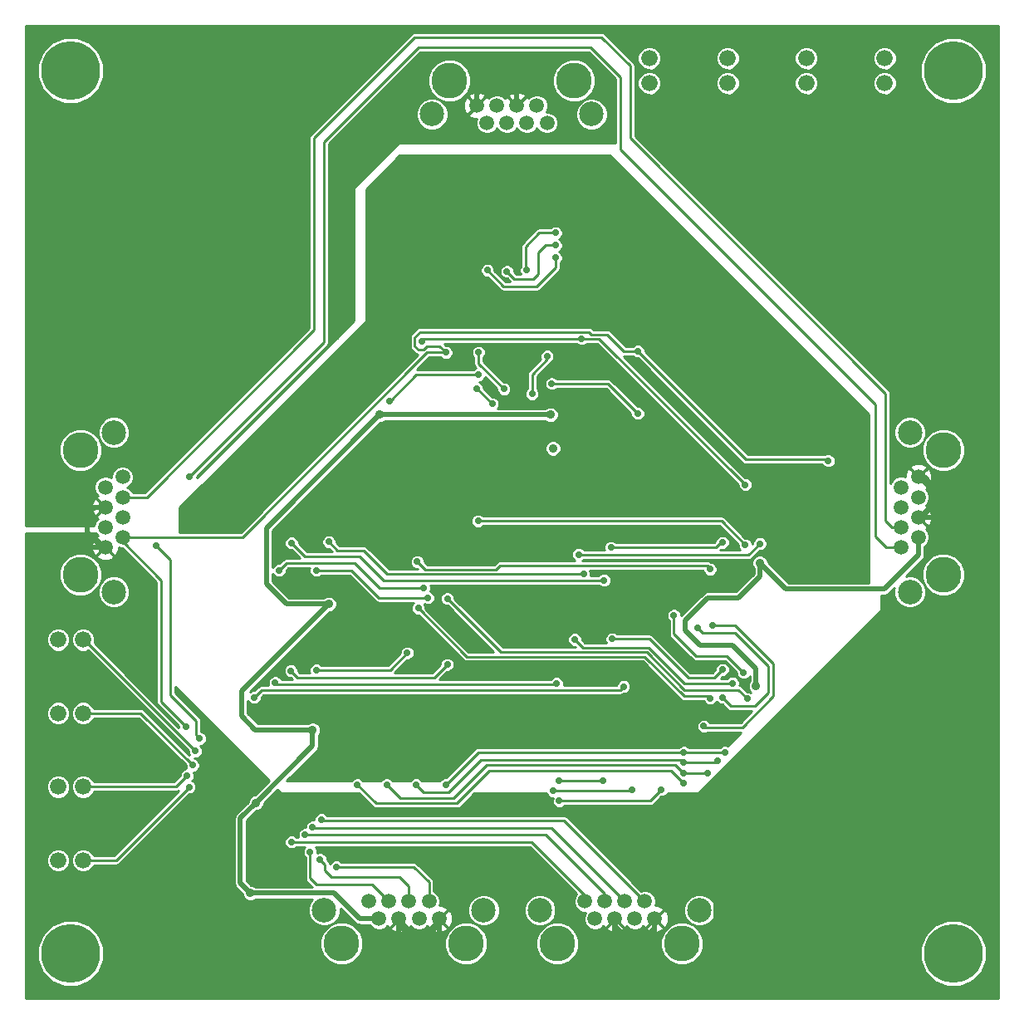
<source format=gbl>
G04 (created by PCBNEW (2013-07-07 BZR 4022)-stable) date 9/18/2013 12:44:27*
%MOIN*%
G04 Gerber Fmt 3.4, Leading zero omitted, Abs format*
%FSLAX34Y34*%
G01*
G70*
G90*
G04 APERTURE LIST*
%ADD10C,0.00590551*%
%ADD11C,0.1437*%
%ADD12C,0.0591*%
%ADD13C,0.0984252*%
%ADD14C,0.066*%
%ADD15C,0.23622*%
%ADD16C,0.035*%
%ADD17C,0.0275591*%
%ADD18C,0.019685*%
%ADD19C,0.00984252*%
%ADD20C,0.01*%
G04 APERTURE END LIST*
G54D10*
G54D11*
X26515Y-44881D03*
X21515Y-44881D03*
G54D12*
X25421Y-43881D03*
X25019Y-43181D03*
X24618Y-43881D03*
X24216Y-43181D03*
X23814Y-43881D03*
X23413Y-43181D03*
X23011Y-43881D03*
X22610Y-43181D03*
G54D13*
X27216Y-43531D03*
X20814Y-43531D03*
G54D11*
X45669Y-25059D03*
X45669Y-30059D03*
G54D12*
X44669Y-26153D03*
X43968Y-26555D03*
X44669Y-26956D03*
X43968Y-27358D03*
X44669Y-27759D03*
X43968Y-28161D03*
X44669Y-28562D03*
X43968Y-28964D03*
G54D13*
X44318Y-24358D03*
X44318Y-30759D03*
G54D11*
X11023Y-30059D03*
X11023Y-25059D03*
G54D12*
X12023Y-28964D03*
X12724Y-28562D03*
X12023Y-28161D03*
X12724Y-27759D03*
X12023Y-27358D03*
X12724Y-26956D03*
X12023Y-26555D03*
X12724Y-26153D03*
G54D13*
X12374Y-30759D03*
X12374Y-24358D03*
G54D11*
X25846Y-10236D03*
X30846Y-10236D03*
G54D12*
X26940Y-11236D03*
X27342Y-11937D03*
X27744Y-11236D03*
X28145Y-11937D03*
X28547Y-11236D03*
X28948Y-11937D03*
X29350Y-11236D03*
X29751Y-11937D03*
G54D13*
X25145Y-11586D03*
X31547Y-11586D03*
G54D11*
X35177Y-44881D03*
X30177Y-44881D03*
G54D12*
X34082Y-43881D03*
X33681Y-43181D03*
X33279Y-43881D03*
X32877Y-43181D03*
X32476Y-43881D03*
X32074Y-43181D03*
X31673Y-43881D03*
X31271Y-43181D03*
G54D13*
X35877Y-43531D03*
X29476Y-43531D03*
G54D14*
X33858Y-10342D03*
X33858Y-9342D03*
X37007Y-10342D03*
X37007Y-9342D03*
X40157Y-10342D03*
X40157Y-9342D03*
X43307Y-10342D03*
X43307Y-9342D03*
G54D15*
X10629Y-9842D03*
X46062Y-9842D03*
X46062Y-45275D03*
X10629Y-45275D03*
G54D14*
X10129Y-32677D03*
X11129Y-32677D03*
X10129Y-35629D03*
X11129Y-35629D03*
X10129Y-38582D03*
X11129Y-38582D03*
X10129Y-41535D03*
X11129Y-41535D03*
G54D16*
X13779Y-18582D03*
X13779Y-19173D03*
X14370Y-18582D03*
X21259Y-20511D03*
X11377Y-21102D03*
G54D17*
X36300Y-29850D03*
X24545Y-29545D03*
X27559Y-23208D03*
X37716Y-28877D03*
X26988Y-27913D03*
X26929Y-22598D03*
X38300Y-28825D03*
X31025Y-29255D03*
X36800Y-28775D03*
X32325Y-28980D03*
X21300Y-41800D03*
X36900Y-37200D03*
X25684Y-38500D03*
X35250Y-37200D03*
X20650Y-41500D03*
X36600Y-37550D03*
X24503Y-38500D03*
X35250Y-37600D03*
X20250Y-41200D03*
X36200Y-38050D03*
X35250Y-38050D03*
X23322Y-38500D03*
X22140Y-38500D03*
X35250Y-38450D03*
X20700Y-39900D03*
X36400Y-32100D03*
X36050Y-36150D03*
X34345Y-38700D03*
X30250Y-39150D03*
X20350Y-40200D03*
X30000Y-38750D03*
X33164Y-38700D03*
X35800Y-32200D03*
X36800Y-35000D03*
X20050Y-40500D03*
X34850Y-31700D03*
X37650Y-34000D03*
X30250Y-38350D03*
X32000Y-38350D03*
X19500Y-40800D03*
X24150Y-33210D03*
X20500Y-33900D03*
X19475Y-33925D03*
X25755Y-33675D03*
X18850Y-34400D03*
X30140Y-34430D03*
X18000Y-35000D03*
X32830Y-34560D03*
X24585Y-31415D03*
X36300Y-35025D03*
X25760Y-31030D03*
X37800Y-35050D03*
X30865Y-32670D03*
X37200Y-34425D03*
X36800Y-33875D03*
X32370Y-32650D03*
X27007Y-21141D03*
X28031Y-22618D03*
X15260Y-36160D03*
X25700Y-21150D03*
X41050Y-25500D03*
X33400Y-21100D03*
X37716Y-26456D03*
X29763Y-21299D03*
X29153Y-22814D03*
X14060Y-28895D03*
X15815Y-36645D03*
X24750Y-20700D03*
X31150Y-20600D03*
X24800Y-30600D03*
X19000Y-29900D03*
X20500Y-29900D03*
X24970Y-31000D03*
X31225Y-30030D03*
X21000Y-28750D03*
X19500Y-28800D03*
X32045Y-30295D03*
G54D16*
X30000Y-25000D03*
X17850Y-42850D03*
X18075Y-39225D03*
X20350Y-36300D03*
X29900Y-23650D03*
X23050Y-23650D03*
X38150Y-34550D03*
X21000Y-31250D03*
X38300Y-29600D03*
G54D17*
X15395Y-38595D03*
X15650Y-37150D03*
X15540Y-37720D03*
X15310Y-38135D03*
X15400Y-26150D03*
X27007Y-22047D03*
X23450Y-23100D03*
X27362Y-17850D03*
X30100Y-17350D03*
X28149Y-17900D03*
X30100Y-16850D03*
X28937Y-17850D03*
X30100Y-16350D03*
X33400Y-23600D03*
X29950Y-22400D03*
G54D16*
X23622Y-17559D03*
X23228Y-18031D03*
X24094Y-18031D03*
X28937Y-26968D03*
X26377Y-35826D03*
X21850Y-26968D03*
X31889Y-19685D03*
X26968Y-19685D03*
X20650Y-37450D03*
X20050Y-38050D03*
G54D18*
X21653Y-19488D02*
X21653Y-20118D01*
X21653Y-20118D02*
X21259Y-20511D01*
X9842Y-22637D02*
X11377Y-21102D01*
X9842Y-22637D02*
X9842Y-25984D01*
X9842Y-25984D02*
X11216Y-27358D01*
X12023Y-27358D02*
X11216Y-27358D01*
X12023Y-28964D02*
X10130Y-28964D01*
X23814Y-44480D02*
X23814Y-43881D01*
X22110Y-46185D02*
X23814Y-44480D01*
X14470Y-46185D02*
X22110Y-46185D01*
X11750Y-43465D02*
X14470Y-46185D01*
X10130Y-43465D02*
X11750Y-43465D01*
X9415Y-42750D02*
X10130Y-43465D01*
X9415Y-29680D02*
X9415Y-42750D01*
X10130Y-28964D02*
X9415Y-29680D01*
X26940Y-9618D02*
X26940Y-11236D01*
X26574Y-9251D02*
X26940Y-9618D01*
X24803Y-9251D02*
X26574Y-9251D01*
X21653Y-12401D02*
X24803Y-9251D01*
X21653Y-19488D02*
X21653Y-12401D01*
X12023Y-27358D02*
X11601Y-27358D01*
X11601Y-27358D02*
X11310Y-27650D01*
X11310Y-27650D02*
X11310Y-28370D01*
X11310Y-28370D02*
X11904Y-28964D01*
X11904Y-28964D02*
X12023Y-28964D01*
X34082Y-43881D02*
X34082Y-45582D01*
X45659Y-27759D02*
X44669Y-27759D01*
X46900Y-29000D02*
X45659Y-27759D01*
X46900Y-30750D02*
X46900Y-29000D01*
X45950Y-31700D02*
X46900Y-30750D01*
X43100Y-31700D02*
X45950Y-31700D01*
X36550Y-38250D02*
X43100Y-31700D01*
X36550Y-45100D02*
X36550Y-38250D01*
X35650Y-46000D02*
X36550Y-45100D01*
X34500Y-46000D02*
X35650Y-46000D01*
X34082Y-45582D02*
X34500Y-46000D01*
X23814Y-44035D02*
X23814Y-43881D01*
X23814Y-43881D02*
X23814Y-44114D01*
X25421Y-44078D02*
X25421Y-43881D01*
X24900Y-44600D02*
X25421Y-44078D01*
X24300Y-44600D02*
X24900Y-44600D01*
X23814Y-44114D02*
X24300Y-44600D01*
X25421Y-43881D02*
X25421Y-45721D01*
X32476Y-44773D02*
X32476Y-43881D01*
X31150Y-46100D02*
X32476Y-44773D01*
X25800Y-46100D02*
X31150Y-46100D01*
X25421Y-45721D02*
X25800Y-46100D01*
X32476Y-43881D02*
X32476Y-44176D01*
X34082Y-44267D02*
X34082Y-43881D01*
X33650Y-44700D02*
X34082Y-44267D01*
X33000Y-44700D02*
X33650Y-44700D01*
X32476Y-44176D02*
X33000Y-44700D01*
X44669Y-27759D02*
X44790Y-27759D01*
X44790Y-27759D02*
X45450Y-27100D01*
X45450Y-27100D02*
X45450Y-26700D01*
X45450Y-26700D02*
X44903Y-26153D01*
X44903Y-26153D02*
X44669Y-26153D01*
X26940Y-11236D02*
X26940Y-10759D01*
X28547Y-10647D02*
X28547Y-11236D01*
X28300Y-10400D02*
X28547Y-10647D01*
X27300Y-10400D02*
X28300Y-10400D01*
X26940Y-10759D02*
X27300Y-10400D01*
G54D19*
X36300Y-29850D02*
X36300Y-29812D01*
X24872Y-29872D02*
X24545Y-29545D01*
X27705Y-29872D02*
X24872Y-29872D01*
X27875Y-29702D02*
X27705Y-29872D01*
X36190Y-29702D02*
X27875Y-29702D01*
X36300Y-29812D02*
X36190Y-29702D01*
X37716Y-28877D02*
X36751Y-27913D01*
X36751Y-27913D02*
X26988Y-27913D01*
X26948Y-22598D02*
X26929Y-22598D01*
X27559Y-23208D02*
X26948Y-22598D01*
X37845Y-29280D02*
X38300Y-28825D01*
X31050Y-29280D02*
X37845Y-29280D01*
X31025Y-29255D02*
X31050Y-29280D01*
X36800Y-28775D02*
X36740Y-28775D01*
X32330Y-28975D02*
X32325Y-28980D01*
X36540Y-28975D02*
X32330Y-28975D01*
X36740Y-28775D02*
X36540Y-28975D01*
X25019Y-42419D02*
X25019Y-43181D01*
X24400Y-41800D02*
X25019Y-42419D01*
X21300Y-41800D02*
X24400Y-41800D01*
X35250Y-37200D02*
X36900Y-37200D01*
X26984Y-37200D02*
X35250Y-37200D01*
X26984Y-37200D02*
X25684Y-38500D01*
X24216Y-42566D02*
X24216Y-43181D01*
X23850Y-42200D02*
X24216Y-42566D01*
X21100Y-42200D02*
X23850Y-42200D01*
X20850Y-41950D02*
X21100Y-42200D01*
X20850Y-41700D02*
X20850Y-41950D01*
X20650Y-41500D02*
X20850Y-41700D01*
X35250Y-37600D02*
X36550Y-37600D01*
X36550Y-37600D02*
X36600Y-37550D01*
X24803Y-38800D02*
X24503Y-38500D01*
X24803Y-38800D02*
X25800Y-38800D01*
X25800Y-38800D02*
X27100Y-37500D01*
X27100Y-37500D02*
X35150Y-37500D01*
X35150Y-37500D02*
X35250Y-37600D01*
X22732Y-42500D02*
X23413Y-43181D01*
X20500Y-42500D02*
X22732Y-42500D01*
X20250Y-42250D02*
X20500Y-42500D01*
X20250Y-41200D02*
X20250Y-42250D01*
X35250Y-38050D02*
X36200Y-38050D01*
X23322Y-38500D02*
X23872Y-39050D01*
X23872Y-39050D02*
X26000Y-39050D01*
X26000Y-39050D02*
X27350Y-37700D01*
X27350Y-37700D02*
X34900Y-37700D01*
X34900Y-37700D02*
X35250Y-38050D01*
X34750Y-37950D02*
X35250Y-38450D01*
X22140Y-38500D02*
X22890Y-39250D01*
X22890Y-39250D02*
X26150Y-39250D01*
X26150Y-39250D02*
X27450Y-37950D01*
X27450Y-37950D02*
X34750Y-37950D01*
X30450Y-39950D02*
X33681Y-43181D01*
X20750Y-39950D02*
X30450Y-39950D01*
X20700Y-39900D02*
X20750Y-39950D01*
X37300Y-32100D02*
X36400Y-32100D01*
X38850Y-33650D02*
X37300Y-32100D01*
X38850Y-34950D02*
X38850Y-33650D01*
X37600Y-36200D02*
X38850Y-34950D01*
X36100Y-36200D02*
X37600Y-36200D01*
X36050Y-36150D02*
X36100Y-36200D01*
X33895Y-39150D02*
X30250Y-39150D01*
X33895Y-39150D02*
X34345Y-38700D01*
X20350Y-40200D02*
X20400Y-40250D01*
X20400Y-40250D02*
X29946Y-40250D01*
X29946Y-40250D02*
X32877Y-43181D01*
X33164Y-38700D02*
X33114Y-38750D01*
X33114Y-38750D02*
X30000Y-38750D01*
X36000Y-32400D02*
X35800Y-32200D01*
X37300Y-32400D02*
X36000Y-32400D01*
X38650Y-33750D02*
X37300Y-32400D01*
X38650Y-34800D02*
X38650Y-33750D01*
X38100Y-35350D02*
X38650Y-34800D01*
X37150Y-35350D02*
X38100Y-35350D01*
X36800Y-35000D02*
X37150Y-35350D01*
X20050Y-40500D02*
X29700Y-40500D01*
X29700Y-40500D02*
X32074Y-42874D01*
X32074Y-42874D02*
X32074Y-43181D01*
X36975Y-33325D02*
X35725Y-33325D01*
X34850Y-32450D02*
X34850Y-31700D01*
X35725Y-33325D02*
X34850Y-32450D01*
X37650Y-34000D02*
X36975Y-33325D01*
X30250Y-38350D02*
X32000Y-38350D01*
X31271Y-43181D02*
X31271Y-42921D01*
X29150Y-40800D02*
X19500Y-40800D01*
X31271Y-42921D02*
X29150Y-40800D01*
X20500Y-33900D02*
X23460Y-33900D01*
X23460Y-33900D02*
X24150Y-33210D01*
X19750Y-34200D02*
X25230Y-34200D01*
X19750Y-34200D02*
X19475Y-33925D01*
X25230Y-34200D02*
X25755Y-33675D01*
X18925Y-34475D02*
X30095Y-34475D01*
X18850Y-34400D02*
X18925Y-34475D01*
X30095Y-34475D02*
X30140Y-34430D01*
X18300Y-34700D02*
X32690Y-34700D01*
X18300Y-34700D02*
X18000Y-35000D01*
X32690Y-34700D02*
X32830Y-34560D01*
X36225Y-34950D02*
X35278Y-34950D01*
X26524Y-33354D02*
X24585Y-31415D01*
X33683Y-33354D02*
X26524Y-33354D01*
X35278Y-34950D02*
X33683Y-33354D01*
X36225Y-34950D02*
X36300Y-35025D01*
X37450Y-34700D02*
X35279Y-34700D01*
X27907Y-33177D02*
X25760Y-31030D01*
X33756Y-33177D02*
X27907Y-33177D01*
X35279Y-34700D02*
X33756Y-33177D01*
X37450Y-34700D02*
X37800Y-35050D01*
X37200Y-34425D02*
X35255Y-34425D01*
X31195Y-33000D02*
X30865Y-32670D01*
X33830Y-33000D02*
X31195Y-33000D01*
X35255Y-34425D02*
X33830Y-33000D01*
X36475Y-34200D02*
X35425Y-34200D01*
X36475Y-34200D02*
X36800Y-33875D01*
X33875Y-32650D02*
X32370Y-32650D01*
X35425Y-34200D02*
X33875Y-32650D01*
X27007Y-21594D02*
X27007Y-21141D01*
X28031Y-22618D02*
X27007Y-21594D01*
X12724Y-28739D02*
X14280Y-30295D01*
X12724Y-28739D02*
X12724Y-28562D01*
X14280Y-35180D02*
X14280Y-30295D01*
X15260Y-36160D02*
X14280Y-35180D01*
X33400Y-21100D02*
X32850Y-21100D01*
X25450Y-20900D02*
X25700Y-21150D01*
X24950Y-20900D02*
X25450Y-20900D01*
X24800Y-21050D02*
X24950Y-20900D01*
X24600Y-21050D02*
X24800Y-21050D01*
X24450Y-20900D02*
X24600Y-21050D01*
X24450Y-20550D02*
X24450Y-20900D01*
X24673Y-20326D02*
X24450Y-20550D01*
X31426Y-20326D02*
X24673Y-20326D01*
X31522Y-20422D02*
X31426Y-20326D01*
X32172Y-20422D02*
X31522Y-20422D01*
X32850Y-21100D02*
X32172Y-20422D01*
X12724Y-28562D02*
X17537Y-28562D01*
X17537Y-28562D02*
X24950Y-21150D01*
X24950Y-21150D02*
X25700Y-21150D01*
X37750Y-25450D02*
X33400Y-21100D01*
X41000Y-25450D02*
X37750Y-25450D01*
X41000Y-25450D02*
X41050Y-25500D01*
X37730Y-26470D02*
X37730Y-26482D01*
X37716Y-26456D02*
X37730Y-26470D01*
X29763Y-21417D02*
X29763Y-21299D01*
X29153Y-22027D02*
X29763Y-21417D01*
X29153Y-22814D02*
X29153Y-22027D01*
X14060Y-28895D02*
X14630Y-29465D01*
X14630Y-34900D02*
X14630Y-29465D01*
X15680Y-35950D02*
X14630Y-34900D01*
X15680Y-36510D02*
X15680Y-35950D01*
X15815Y-36645D02*
X15680Y-36510D01*
X24850Y-20600D02*
X31150Y-20600D01*
X24750Y-20700D02*
X24850Y-20600D01*
X31848Y-20600D02*
X37730Y-26482D01*
X31848Y-20600D02*
X31150Y-20600D01*
X19300Y-29600D02*
X19000Y-29900D01*
X22050Y-29600D02*
X19300Y-29600D01*
X23050Y-30600D02*
X22050Y-29600D01*
X24800Y-30600D02*
X23050Y-30600D01*
X21900Y-29900D02*
X20500Y-29900D01*
X23000Y-31000D02*
X21900Y-29900D01*
X24970Y-31000D02*
X23000Y-31000D01*
X31205Y-30050D02*
X31225Y-30030D01*
X23350Y-30050D02*
X22400Y-29100D01*
X22400Y-29100D02*
X21350Y-29100D01*
X21350Y-29100D02*
X21000Y-28750D01*
X23350Y-30050D02*
X31205Y-30050D01*
X23200Y-30300D02*
X32040Y-30300D01*
X23200Y-30300D02*
X22250Y-29350D01*
X22250Y-29350D02*
X20050Y-29350D01*
X20050Y-29350D02*
X19500Y-28800D01*
X32040Y-30300D02*
X32045Y-30295D01*
G54D18*
X20350Y-36300D02*
X20350Y-36950D01*
X22231Y-43881D02*
X23011Y-43881D01*
X17850Y-42850D02*
X21200Y-42850D01*
X21200Y-42850D02*
X22231Y-43881D01*
X17450Y-42450D02*
X17850Y-42850D01*
X18075Y-39225D02*
X17450Y-39850D01*
X17450Y-39850D02*
X17450Y-42450D01*
X20350Y-36950D02*
X18075Y-39225D01*
X18050Y-36300D02*
X20350Y-36300D01*
X17500Y-35750D02*
X18050Y-36300D01*
X17500Y-34750D02*
X17500Y-35750D01*
X21000Y-31250D02*
X17500Y-34750D01*
X29900Y-23650D02*
X23050Y-23650D01*
X21000Y-31250D02*
X19300Y-31250D01*
X18500Y-28200D02*
X23050Y-23650D01*
X18500Y-30450D02*
X18500Y-28200D01*
X19300Y-31250D02*
X18500Y-30450D01*
X38300Y-30150D02*
X38300Y-29600D01*
X37450Y-31000D02*
X38300Y-30150D01*
X36200Y-31000D02*
X37450Y-31000D01*
X35300Y-31900D02*
X36200Y-31000D01*
X35300Y-32300D02*
X35300Y-31900D01*
X35900Y-32900D02*
X35300Y-32300D01*
X37200Y-32900D02*
X35900Y-32900D01*
X38150Y-33850D02*
X37200Y-32900D01*
X38150Y-34550D02*
X38150Y-33850D01*
X44669Y-29280D02*
X44669Y-28562D01*
X43300Y-30650D02*
X44669Y-29280D01*
X39350Y-30650D02*
X43300Y-30650D01*
X38300Y-29600D02*
X39350Y-30650D01*
G54D19*
X11129Y-41535D02*
X12454Y-41535D01*
X12454Y-41535D02*
X15395Y-38595D01*
X11129Y-32677D02*
X11177Y-32677D01*
X11177Y-32677D02*
X15650Y-37150D01*
X11129Y-35629D02*
X13449Y-35629D01*
X13449Y-35629D02*
X15540Y-37720D01*
X11129Y-38582D02*
X14862Y-38582D01*
X14862Y-38582D02*
X15310Y-38135D01*
X43968Y-28161D02*
X43611Y-28161D01*
X13693Y-26956D02*
X12724Y-26956D01*
X20400Y-20250D02*
X13693Y-26956D01*
X20400Y-12550D02*
X20400Y-20250D01*
X24450Y-8500D02*
X20400Y-12550D01*
X31950Y-8500D02*
X24450Y-8500D01*
X33100Y-9650D02*
X31950Y-8500D01*
X33100Y-12550D02*
X33100Y-9650D01*
X43350Y-22800D02*
X33100Y-12550D01*
X43350Y-27900D02*
X43350Y-22800D01*
X43611Y-28161D02*
X43350Y-27900D01*
X43364Y-28964D02*
X43968Y-28964D01*
X42950Y-28550D02*
X43364Y-28964D01*
X42950Y-23250D02*
X42950Y-28550D01*
X32700Y-13000D02*
X42950Y-23250D01*
X32700Y-10100D02*
X32700Y-13000D01*
X31500Y-8900D02*
X32700Y-10100D01*
X24600Y-8900D02*
X31500Y-8900D01*
X20800Y-12700D02*
X24600Y-8900D01*
X20800Y-20750D02*
X20800Y-12700D01*
X15400Y-26150D02*
X20800Y-20750D01*
X23450Y-23100D02*
X23455Y-23100D01*
X24507Y-22047D02*
X27007Y-22047D01*
X23455Y-23100D02*
X24507Y-22047D01*
X30100Y-17750D02*
X30100Y-17350D01*
X29350Y-18500D02*
X30100Y-17750D01*
X28012Y-18500D02*
X29350Y-18500D01*
X28012Y-18500D02*
X27362Y-17850D01*
X29700Y-16850D02*
X30100Y-16850D01*
X29400Y-17150D02*
X29700Y-16850D01*
X29400Y-18000D02*
X29400Y-17150D01*
X29200Y-18200D02*
X29400Y-18000D01*
X28449Y-18200D02*
X29200Y-18200D01*
X28449Y-18200D02*
X28149Y-17900D01*
X29450Y-16350D02*
X30100Y-16350D01*
X28900Y-16900D02*
X29450Y-16350D01*
X28900Y-17812D02*
X28900Y-16900D01*
X28900Y-17812D02*
X28937Y-17850D01*
X33400Y-23600D02*
X32200Y-22400D01*
X32200Y-22400D02*
X29950Y-22400D01*
G54D18*
X20650Y-37450D02*
X24754Y-37450D01*
X24754Y-37450D02*
X26377Y-35826D01*
X21850Y-26968D02*
X28937Y-26968D01*
X36417Y-19685D02*
X31889Y-19685D01*
X28937Y-26968D02*
X29330Y-27362D01*
X29330Y-27362D02*
X37598Y-27362D01*
X37598Y-27362D02*
X40157Y-29921D01*
X40157Y-29921D02*
X41338Y-29921D01*
X41338Y-29921D02*
X41535Y-29724D01*
X41535Y-29724D02*
X41535Y-24803D01*
X41535Y-24803D02*
X36417Y-19685D01*
X26968Y-19685D02*
X31889Y-19685D01*
X20650Y-37450D02*
X20050Y-38050D01*
G54D10*
G36*
X37972Y-35547D02*
X37518Y-36002D01*
X36298Y-36002D01*
X36292Y-35988D01*
X36212Y-35907D01*
X36107Y-35863D01*
X35993Y-35863D01*
X35888Y-35907D01*
X35807Y-35987D01*
X35763Y-36092D01*
X35763Y-36206D01*
X35807Y-36311D01*
X35887Y-36392D01*
X35992Y-36436D01*
X36106Y-36436D01*
X36200Y-36397D01*
X37547Y-36397D01*
X37009Y-36935D01*
X36957Y-36913D01*
X36843Y-36913D01*
X36738Y-36957D01*
X36692Y-37002D01*
X35457Y-37002D01*
X35412Y-36957D01*
X35307Y-36913D01*
X35193Y-36913D01*
X35088Y-36957D01*
X35042Y-37002D01*
X26984Y-37002D01*
X26908Y-37017D01*
X26882Y-37034D01*
X26844Y-37060D01*
X26844Y-37060D01*
X25690Y-38213D01*
X25627Y-38213D01*
X25522Y-38257D01*
X25443Y-38335D01*
X24743Y-38335D01*
X24665Y-38257D01*
X24560Y-38213D01*
X24446Y-38213D01*
X24341Y-38257D01*
X24262Y-38335D01*
X23562Y-38335D01*
X23484Y-38257D01*
X23379Y-38213D01*
X23265Y-38213D01*
X23160Y-38257D01*
X23081Y-38335D01*
X22381Y-38335D01*
X22303Y-38257D01*
X22198Y-38213D01*
X22084Y-38213D01*
X21979Y-38257D01*
X21900Y-38335D01*
X19313Y-38335D01*
X20524Y-37124D01*
X20578Y-37044D01*
X20578Y-37044D01*
X20596Y-36950D01*
X20596Y-36510D01*
X20624Y-36483D01*
X20673Y-36364D01*
X20673Y-36235D01*
X20624Y-36117D01*
X20533Y-36025D01*
X20414Y-35976D01*
X20285Y-35976D01*
X20167Y-36025D01*
X20139Y-36053D01*
X18152Y-36053D01*
X17746Y-35647D01*
X17746Y-35136D01*
X17757Y-35161D01*
X17837Y-35242D01*
X17942Y-35286D01*
X18056Y-35286D01*
X18161Y-35242D01*
X18242Y-35162D01*
X18286Y-35057D01*
X18286Y-34993D01*
X18381Y-34897D01*
X32689Y-34897D01*
X32690Y-34897D01*
X32690Y-34897D01*
X32765Y-34882D01*
X32820Y-34846D01*
X32886Y-34846D01*
X32991Y-34802D01*
X33072Y-34722D01*
X33116Y-34617D01*
X33116Y-34503D01*
X33072Y-34398D01*
X32992Y-34317D01*
X32887Y-34273D01*
X32773Y-34273D01*
X32668Y-34317D01*
X32587Y-34397D01*
X32544Y-34502D01*
X30419Y-34502D01*
X30426Y-34487D01*
X30426Y-34373D01*
X30382Y-34268D01*
X30302Y-34187D01*
X30197Y-34143D01*
X30083Y-34143D01*
X29978Y-34187D01*
X29897Y-34267D01*
X29893Y-34277D01*
X25432Y-34277D01*
X25748Y-33961D01*
X25811Y-33961D01*
X25916Y-33917D01*
X25997Y-33837D01*
X26041Y-33732D01*
X26041Y-33618D01*
X25997Y-33513D01*
X25917Y-33432D01*
X25812Y-33388D01*
X25698Y-33388D01*
X25593Y-33432D01*
X25512Y-33512D01*
X25468Y-33617D01*
X25468Y-33681D01*
X25148Y-34002D01*
X23637Y-34002D01*
X24143Y-33496D01*
X24206Y-33496D01*
X24311Y-33452D01*
X24392Y-33372D01*
X24436Y-33267D01*
X24436Y-33153D01*
X24392Y-33048D01*
X24312Y-32967D01*
X24207Y-32923D01*
X24093Y-32923D01*
X23988Y-32967D01*
X23907Y-33047D01*
X23863Y-33152D01*
X23863Y-33216D01*
X23378Y-33702D01*
X20707Y-33702D01*
X20662Y-33657D01*
X20557Y-33613D01*
X20443Y-33613D01*
X20338Y-33657D01*
X20257Y-33737D01*
X20213Y-33842D01*
X20213Y-33956D01*
X20232Y-34002D01*
X19831Y-34002D01*
X19761Y-33931D01*
X19761Y-33868D01*
X19717Y-33763D01*
X19637Y-33682D01*
X19532Y-33638D01*
X19418Y-33638D01*
X19313Y-33682D01*
X19232Y-33762D01*
X19188Y-33867D01*
X19188Y-33981D01*
X19232Y-34086D01*
X19312Y-34167D01*
X19417Y-34211D01*
X19481Y-34211D01*
X19547Y-34277D01*
X19109Y-34277D01*
X19092Y-34238D01*
X19012Y-34157D01*
X18907Y-34113D01*
X18793Y-34113D01*
X18688Y-34157D01*
X18607Y-34237D01*
X18563Y-34342D01*
X18563Y-34456D01*
X18582Y-34502D01*
X18300Y-34502D01*
X18299Y-34502D01*
X18284Y-34505D01*
X18224Y-34517D01*
X18160Y-34560D01*
X18160Y-34560D01*
X18006Y-34713D01*
X17943Y-34713D01*
X17844Y-34754D01*
X21025Y-31573D01*
X21064Y-31573D01*
X21182Y-31524D01*
X21274Y-31433D01*
X21323Y-31314D01*
X21323Y-31185D01*
X21274Y-31067D01*
X21183Y-30975D01*
X21064Y-30926D01*
X20935Y-30926D01*
X20817Y-30975D01*
X20789Y-31003D01*
X19402Y-31003D01*
X18746Y-30347D01*
X18746Y-30036D01*
X18757Y-30061D01*
X18837Y-30142D01*
X18942Y-30186D01*
X19056Y-30186D01*
X19161Y-30142D01*
X19242Y-30062D01*
X19286Y-29957D01*
X19286Y-29893D01*
X19381Y-29797D01*
X20232Y-29797D01*
X20213Y-29842D01*
X20213Y-29956D01*
X20257Y-30061D01*
X20337Y-30142D01*
X20442Y-30186D01*
X20556Y-30186D01*
X20661Y-30142D01*
X20707Y-30097D01*
X21818Y-30097D01*
X22860Y-31139D01*
X22860Y-31139D01*
X22924Y-31182D01*
X22924Y-31182D01*
X23000Y-31197D01*
X24397Y-31197D01*
X24342Y-31252D01*
X24298Y-31357D01*
X24298Y-31471D01*
X24342Y-31576D01*
X24422Y-31657D01*
X24527Y-31701D01*
X24591Y-31701D01*
X26384Y-33494D01*
X26384Y-33494D01*
X26423Y-33519D01*
X26448Y-33536D01*
X26448Y-33536D01*
X26524Y-33551D01*
X33601Y-33551D01*
X35139Y-35089D01*
X35139Y-35089D01*
X35203Y-35132D01*
X35203Y-35132D01*
X35263Y-35144D01*
X35278Y-35147D01*
X35278Y-35147D01*
X35278Y-35147D01*
X36040Y-35147D01*
X36057Y-35186D01*
X36137Y-35267D01*
X36242Y-35311D01*
X36356Y-35311D01*
X36461Y-35267D01*
X36542Y-35187D01*
X36555Y-35156D01*
X36557Y-35161D01*
X36637Y-35242D01*
X36742Y-35286D01*
X36806Y-35286D01*
X37010Y-35489D01*
X37010Y-35489D01*
X37074Y-35532D01*
X37074Y-35532D01*
X37134Y-35544D01*
X37149Y-35547D01*
X37149Y-35547D01*
X37150Y-35547D01*
X37972Y-35547D01*
X37972Y-35547D01*
G37*
G54D20*
X37972Y-35547D02*
X37518Y-36002D01*
X36298Y-36002D01*
X36292Y-35988D01*
X36212Y-35907D01*
X36107Y-35863D01*
X35993Y-35863D01*
X35888Y-35907D01*
X35807Y-35987D01*
X35763Y-36092D01*
X35763Y-36206D01*
X35807Y-36311D01*
X35887Y-36392D01*
X35992Y-36436D01*
X36106Y-36436D01*
X36200Y-36397D01*
X37547Y-36397D01*
X37009Y-36935D01*
X36957Y-36913D01*
X36843Y-36913D01*
X36738Y-36957D01*
X36692Y-37002D01*
X35457Y-37002D01*
X35412Y-36957D01*
X35307Y-36913D01*
X35193Y-36913D01*
X35088Y-36957D01*
X35042Y-37002D01*
X26984Y-37002D01*
X26908Y-37017D01*
X26882Y-37034D01*
X26844Y-37060D01*
X26844Y-37060D01*
X25690Y-38213D01*
X25627Y-38213D01*
X25522Y-38257D01*
X25443Y-38335D01*
X24743Y-38335D01*
X24665Y-38257D01*
X24560Y-38213D01*
X24446Y-38213D01*
X24341Y-38257D01*
X24262Y-38335D01*
X23562Y-38335D01*
X23484Y-38257D01*
X23379Y-38213D01*
X23265Y-38213D01*
X23160Y-38257D01*
X23081Y-38335D01*
X22381Y-38335D01*
X22303Y-38257D01*
X22198Y-38213D01*
X22084Y-38213D01*
X21979Y-38257D01*
X21900Y-38335D01*
X19313Y-38335D01*
X20524Y-37124D01*
X20578Y-37044D01*
X20578Y-37044D01*
X20596Y-36950D01*
X20596Y-36510D01*
X20624Y-36483D01*
X20673Y-36364D01*
X20673Y-36235D01*
X20624Y-36117D01*
X20533Y-36025D01*
X20414Y-35976D01*
X20285Y-35976D01*
X20167Y-36025D01*
X20139Y-36053D01*
X18152Y-36053D01*
X17746Y-35647D01*
X17746Y-35136D01*
X17757Y-35161D01*
X17837Y-35242D01*
X17942Y-35286D01*
X18056Y-35286D01*
X18161Y-35242D01*
X18242Y-35162D01*
X18286Y-35057D01*
X18286Y-34993D01*
X18381Y-34897D01*
X32689Y-34897D01*
X32690Y-34897D01*
X32690Y-34897D01*
X32765Y-34882D01*
X32820Y-34846D01*
X32886Y-34846D01*
X32991Y-34802D01*
X33072Y-34722D01*
X33116Y-34617D01*
X33116Y-34503D01*
X33072Y-34398D01*
X32992Y-34317D01*
X32887Y-34273D01*
X32773Y-34273D01*
X32668Y-34317D01*
X32587Y-34397D01*
X32544Y-34502D01*
X30419Y-34502D01*
X30426Y-34487D01*
X30426Y-34373D01*
X30382Y-34268D01*
X30302Y-34187D01*
X30197Y-34143D01*
X30083Y-34143D01*
X29978Y-34187D01*
X29897Y-34267D01*
X29893Y-34277D01*
X25432Y-34277D01*
X25748Y-33961D01*
X25811Y-33961D01*
X25916Y-33917D01*
X25997Y-33837D01*
X26041Y-33732D01*
X26041Y-33618D01*
X25997Y-33513D01*
X25917Y-33432D01*
X25812Y-33388D01*
X25698Y-33388D01*
X25593Y-33432D01*
X25512Y-33512D01*
X25468Y-33617D01*
X25468Y-33681D01*
X25148Y-34002D01*
X23637Y-34002D01*
X24143Y-33496D01*
X24206Y-33496D01*
X24311Y-33452D01*
X24392Y-33372D01*
X24436Y-33267D01*
X24436Y-33153D01*
X24392Y-33048D01*
X24312Y-32967D01*
X24207Y-32923D01*
X24093Y-32923D01*
X23988Y-32967D01*
X23907Y-33047D01*
X23863Y-33152D01*
X23863Y-33216D01*
X23378Y-33702D01*
X20707Y-33702D01*
X20662Y-33657D01*
X20557Y-33613D01*
X20443Y-33613D01*
X20338Y-33657D01*
X20257Y-33737D01*
X20213Y-33842D01*
X20213Y-33956D01*
X20232Y-34002D01*
X19831Y-34002D01*
X19761Y-33931D01*
X19761Y-33868D01*
X19717Y-33763D01*
X19637Y-33682D01*
X19532Y-33638D01*
X19418Y-33638D01*
X19313Y-33682D01*
X19232Y-33762D01*
X19188Y-33867D01*
X19188Y-33981D01*
X19232Y-34086D01*
X19312Y-34167D01*
X19417Y-34211D01*
X19481Y-34211D01*
X19547Y-34277D01*
X19109Y-34277D01*
X19092Y-34238D01*
X19012Y-34157D01*
X18907Y-34113D01*
X18793Y-34113D01*
X18688Y-34157D01*
X18607Y-34237D01*
X18563Y-34342D01*
X18563Y-34456D01*
X18582Y-34502D01*
X18300Y-34502D01*
X18299Y-34502D01*
X18284Y-34505D01*
X18224Y-34517D01*
X18160Y-34560D01*
X18160Y-34560D01*
X18006Y-34713D01*
X17943Y-34713D01*
X17844Y-34754D01*
X21025Y-31573D01*
X21064Y-31573D01*
X21182Y-31524D01*
X21274Y-31433D01*
X21323Y-31314D01*
X21323Y-31185D01*
X21274Y-31067D01*
X21183Y-30975D01*
X21064Y-30926D01*
X20935Y-30926D01*
X20817Y-30975D01*
X20789Y-31003D01*
X19402Y-31003D01*
X18746Y-30347D01*
X18746Y-30036D01*
X18757Y-30061D01*
X18837Y-30142D01*
X18942Y-30186D01*
X19056Y-30186D01*
X19161Y-30142D01*
X19242Y-30062D01*
X19286Y-29957D01*
X19286Y-29893D01*
X19381Y-29797D01*
X20232Y-29797D01*
X20213Y-29842D01*
X20213Y-29956D01*
X20257Y-30061D01*
X20337Y-30142D01*
X20442Y-30186D01*
X20556Y-30186D01*
X20661Y-30142D01*
X20707Y-30097D01*
X21818Y-30097D01*
X22860Y-31139D01*
X22860Y-31139D01*
X22924Y-31182D01*
X22924Y-31182D01*
X23000Y-31197D01*
X24397Y-31197D01*
X24342Y-31252D01*
X24298Y-31357D01*
X24298Y-31471D01*
X24342Y-31576D01*
X24422Y-31657D01*
X24527Y-31701D01*
X24591Y-31701D01*
X26384Y-33494D01*
X26384Y-33494D01*
X26423Y-33519D01*
X26448Y-33536D01*
X26448Y-33536D01*
X26524Y-33551D01*
X33601Y-33551D01*
X35139Y-35089D01*
X35139Y-35089D01*
X35203Y-35132D01*
X35203Y-35132D01*
X35263Y-35144D01*
X35278Y-35147D01*
X35278Y-35147D01*
X35278Y-35147D01*
X36040Y-35147D01*
X36057Y-35186D01*
X36137Y-35267D01*
X36242Y-35311D01*
X36356Y-35311D01*
X36461Y-35267D01*
X36542Y-35187D01*
X36555Y-35156D01*
X36557Y-35161D01*
X36637Y-35242D01*
X36742Y-35286D01*
X36806Y-35286D01*
X37010Y-35489D01*
X37010Y-35489D01*
X37074Y-35532D01*
X37074Y-35532D01*
X37134Y-35544D01*
X37149Y-35547D01*
X37149Y-35547D01*
X37150Y-35547D01*
X37972Y-35547D01*
G54D10*
G36*
X42666Y-30403D02*
X39452Y-30403D01*
X38623Y-29574D01*
X38623Y-29535D01*
X38574Y-29417D01*
X38483Y-29325D01*
X38364Y-29276D01*
X38235Y-29276D01*
X38117Y-29325D01*
X38025Y-29416D01*
X37976Y-29535D01*
X37976Y-29664D01*
X38025Y-29782D01*
X38053Y-29810D01*
X38053Y-30047D01*
X37347Y-30753D01*
X36200Y-30753D01*
X36105Y-30771D01*
X36025Y-30825D01*
X35136Y-31714D01*
X35136Y-31643D01*
X35092Y-31538D01*
X35012Y-31457D01*
X34907Y-31413D01*
X34793Y-31413D01*
X34688Y-31457D01*
X34607Y-31537D01*
X34563Y-31642D01*
X34563Y-31756D01*
X34607Y-31861D01*
X34652Y-31907D01*
X34652Y-32449D01*
X34652Y-32450D01*
X34667Y-32525D01*
X34710Y-32589D01*
X35585Y-33464D01*
X35585Y-33464D01*
X35649Y-33507D01*
X35649Y-33507D01*
X35725Y-33522D01*
X36893Y-33522D01*
X37363Y-33993D01*
X37363Y-34056D01*
X37407Y-34161D01*
X37487Y-34242D01*
X37592Y-34286D01*
X37706Y-34286D01*
X37811Y-34242D01*
X37892Y-34162D01*
X37903Y-34136D01*
X37903Y-34339D01*
X37875Y-34366D01*
X37826Y-34485D01*
X37826Y-34614D01*
X37875Y-34732D01*
X37941Y-34798D01*
X37857Y-34763D01*
X37793Y-34763D01*
X37589Y-34560D01*
X37525Y-34517D01*
X37475Y-34507D01*
X37486Y-34482D01*
X37486Y-34368D01*
X37442Y-34263D01*
X37362Y-34182D01*
X37257Y-34138D01*
X37143Y-34138D01*
X37038Y-34182D01*
X36992Y-34227D01*
X36727Y-34227D01*
X36793Y-34161D01*
X36856Y-34161D01*
X36961Y-34117D01*
X37042Y-34037D01*
X37086Y-33932D01*
X37086Y-33818D01*
X37042Y-33713D01*
X36962Y-33632D01*
X36857Y-33588D01*
X36743Y-33588D01*
X36638Y-33632D01*
X36557Y-33712D01*
X36513Y-33817D01*
X36513Y-33881D01*
X36393Y-34002D01*
X35506Y-34002D01*
X34014Y-32510D01*
X33950Y-32467D01*
X33875Y-32452D01*
X33874Y-32452D01*
X32577Y-32452D01*
X32532Y-32407D01*
X32427Y-32363D01*
X32313Y-32363D01*
X32208Y-32407D01*
X32127Y-32487D01*
X32083Y-32592D01*
X32083Y-32706D01*
X32123Y-32802D01*
X31276Y-32802D01*
X31151Y-32676D01*
X31151Y-32613D01*
X31107Y-32508D01*
X31027Y-32427D01*
X30922Y-32383D01*
X30808Y-32383D01*
X30703Y-32427D01*
X30622Y-32507D01*
X30578Y-32612D01*
X30578Y-32726D01*
X30622Y-32831D01*
X30702Y-32912D01*
X30807Y-32956D01*
X30871Y-32956D01*
X30895Y-32979D01*
X27989Y-32979D01*
X26046Y-31036D01*
X26046Y-30973D01*
X26002Y-30868D01*
X25922Y-30787D01*
X25817Y-30743D01*
X25703Y-30743D01*
X25598Y-30787D01*
X25517Y-30867D01*
X25473Y-30972D01*
X25473Y-31086D01*
X25517Y-31191D01*
X25597Y-31272D01*
X25702Y-31316D01*
X25766Y-31316D01*
X27607Y-33156D01*
X26606Y-33156D01*
X24871Y-31421D01*
X24871Y-31358D01*
X24827Y-31253D01*
X24824Y-31249D01*
X24912Y-31286D01*
X25026Y-31286D01*
X25131Y-31242D01*
X25212Y-31162D01*
X25256Y-31057D01*
X25256Y-30943D01*
X25212Y-30838D01*
X25132Y-30757D01*
X25057Y-30726D01*
X25086Y-30657D01*
X25086Y-30543D01*
X25067Y-30497D01*
X31842Y-30497D01*
X31882Y-30537D01*
X31987Y-30581D01*
X32101Y-30581D01*
X32206Y-30537D01*
X32287Y-30457D01*
X32331Y-30352D01*
X32331Y-30238D01*
X32287Y-30133D01*
X32207Y-30052D01*
X32102Y-30008D01*
X31988Y-30008D01*
X31883Y-30052D01*
X31832Y-30102D01*
X31504Y-30102D01*
X31511Y-30087D01*
X31511Y-29973D01*
X31480Y-29899D01*
X36013Y-29899D01*
X36013Y-29906D01*
X36057Y-30011D01*
X36137Y-30092D01*
X36242Y-30136D01*
X36356Y-30136D01*
X36461Y-30092D01*
X36542Y-30012D01*
X36586Y-29907D01*
X36586Y-29793D01*
X36542Y-29688D01*
X36462Y-29607D01*
X36357Y-29563D01*
X36331Y-29563D01*
X36329Y-29562D01*
X36265Y-29519D01*
X36190Y-29504D01*
X36189Y-29504D01*
X31170Y-29504D01*
X31186Y-29497D01*
X31207Y-29477D01*
X37844Y-29477D01*
X37845Y-29477D01*
X37845Y-29477D01*
X37920Y-29462D01*
X37984Y-29419D01*
X38293Y-29111D01*
X38356Y-29111D01*
X38461Y-29067D01*
X38542Y-28987D01*
X38586Y-28882D01*
X38586Y-28768D01*
X38542Y-28663D01*
X38462Y-28582D01*
X38357Y-28538D01*
X38243Y-28538D01*
X38138Y-28582D01*
X38057Y-28662D01*
X38013Y-28767D01*
X38013Y-28831D01*
X38002Y-28842D01*
X38002Y-28821D01*
X37959Y-28716D01*
X37878Y-28635D01*
X37773Y-28591D01*
X37709Y-28591D01*
X36891Y-27773D01*
X36827Y-27730D01*
X36751Y-27715D01*
X36751Y-27715D01*
X33686Y-27715D01*
X33686Y-23543D01*
X33642Y-23438D01*
X33562Y-23357D01*
X33457Y-23313D01*
X33393Y-23313D01*
X32339Y-22260D01*
X32275Y-22217D01*
X32200Y-22202D01*
X32199Y-22202D01*
X30157Y-22202D01*
X30112Y-22157D01*
X30050Y-22131D01*
X30050Y-21242D01*
X30006Y-21137D01*
X29926Y-21056D01*
X29820Y-21013D01*
X29707Y-21012D01*
X29601Y-21056D01*
X29521Y-21136D01*
X29477Y-21242D01*
X29477Y-21355D01*
X29497Y-21404D01*
X29013Y-21887D01*
X28970Y-21951D01*
X28955Y-22027D01*
X28955Y-22027D01*
X28955Y-22607D01*
X28911Y-22652D01*
X28867Y-22757D01*
X28867Y-22871D01*
X28910Y-22976D01*
X28991Y-23057D01*
X29096Y-23101D01*
X29210Y-23101D01*
X29315Y-23057D01*
X29396Y-22977D01*
X29439Y-22872D01*
X29439Y-22758D01*
X29396Y-22653D01*
X29351Y-22607D01*
X29351Y-22109D01*
X29903Y-21557D01*
X29908Y-21548D01*
X29925Y-21542D01*
X30006Y-21461D01*
X30049Y-21356D01*
X30050Y-21242D01*
X30050Y-22131D01*
X30007Y-22113D01*
X29893Y-22113D01*
X29788Y-22157D01*
X29707Y-22237D01*
X29663Y-22342D01*
X29663Y-22456D01*
X29707Y-22561D01*
X29787Y-22642D01*
X29892Y-22686D01*
X30006Y-22686D01*
X30111Y-22642D01*
X30157Y-22597D01*
X32118Y-22597D01*
X33113Y-23593D01*
X33113Y-23656D01*
X33157Y-23761D01*
X33237Y-23842D01*
X33342Y-23886D01*
X33456Y-23886D01*
X33561Y-23842D01*
X33642Y-23762D01*
X33686Y-23657D01*
X33686Y-23543D01*
X33686Y-27715D01*
X30323Y-27715D01*
X30323Y-24935D01*
X30274Y-24817D01*
X30183Y-24725D01*
X30064Y-24676D01*
X29935Y-24676D01*
X29817Y-24725D01*
X29725Y-24816D01*
X29676Y-24935D01*
X29676Y-25064D01*
X29725Y-25182D01*
X29816Y-25274D01*
X29935Y-25323D01*
X30064Y-25323D01*
X30182Y-25274D01*
X30274Y-25183D01*
X30323Y-25064D01*
X30323Y-24935D01*
X30323Y-27715D01*
X27195Y-27715D01*
X27150Y-27670D01*
X27045Y-27627D01*
X26931Y-27627D01*
X26826Y-27670D01*
X26745Y-27751D01*
X26702Y-27856D01*
X26701Y-27970D01*
X26745Y-28075D01*
X26825Y-28155D01*
X26931Y-28199D01*
X27044Y-28199D01*
X27150Y-28156D01*
X27195Y-28111D01*
X36670Y-28111D01*
X37430Y-28871D01*
X37430Y-28934D01*
X37473Y-29039D01*
X37516Y-29082D01*
X36712Y-29082D01*
X36736Y-29058D01*
X36742Y-29061D01*
X36856Y-29061D01*
X36961Y-29017D01*
X37042Y-28937D01*
X37086Y-28832D01*
X37086Y-28718D01*
X37042Y-28613D01*
X36962Y-28532D01*
X36857Y-28488D01*
X36743Y-28488D01*
X36638Y-28532D01*
X36557Y-28612D01*
X36513Y-28717D01*
X36513Y-28721D01*
X36458Y-28777D01*
X32527Y-28777D01*
X32487Y-28737D01*
X32382Y-28693D01*
X32268Y-28693D01*
X32163Y-28737D01*
X32082Y-28817D01*
X32038Y-28922D01*
X32038Y-29036D01*
X32057Y-29082D01*
X31257Y-29082D01*
X31187Y-29012D01*
X31082Y-28968D01*
X30968Y-28968D01*
X30863Y-29012D01*
X30782Y-29092D01*
X30738Y-29197D01*
X30738Y-29311D01*
X30782Y-29416D01*
X30862Y-29497D01*
X30879Y-29504D01*
X27875Y-29504D01*
X27875Y-29504D01*
X27860Y-29507D01*
X27800Y-29519D01*
X27735Y-29562D01*
X27735Y-29562D01*
X27623Y-29675D01*
X24954Y-29675D01*
X24831Y-29551D01*
X24831Y-29488D01*
X24787Y-29383D01*
X24707Y-29302D01*
X24602Y-29258D01*
X24488Y-29258D01*
X24383Y-29302D01*
X24302Y-29382D01*
X24258Y-29487D01*
X24258Y-29601D01*
X24302Y-29706D01*
X24382Y-29787D01*
X24487Y-29831D01*
X24551Y-29831D01*
X24572Y-29852D01*
X23431Y-29852D01*
X22539Y-28960D01*
X22475Y-28917D01*
X22400Y-28902D01*
X22399Y-28902D01*
X21431Y-28902D01*
X21286Y-28756D01*
X21286Y-28693D01*
X21242Y-28588D01*
X21162Y-28507D01*
X21057Y-28463D01*
X20943Y-28463D01*
X20838Y-28507D01*
X20757Y-28587D01*
X20713Y-28692D01*
X20713Y-28806D01*
X20757Y-28911D01*
X20837Y-28992D01*
X20942Y-29036D01*
X21006Y-29036D01*
X21122Y-29152D01*
X20131Y-29152D01*
X19786Y-28806D01*
X19786Y-28743D01*
X19742Y-28638D01*
X19662Y-28557D01*
X19557Y-28513D01*
X19443Y-28513D01*
X19338Y-28557D01*
X19257Y-28637D01*
X19213Y-28742D01*
X19213Y-28856D01*
X19257Y-28961D01*
X19337Y-29042D01*
X19442Y-29086D01*
X19506Y-29086D01*
X19822Y-29402D01*
X19300Y-29402D01*
X19299Y-29402D01*
X19284Y-29405D01*
X19224Y-29417D01*
X19160Y-29460D01*
X19160Y-29460D01*
X19006Y-29613D01*
X18943Y-29613D01*
X18838Y-29657D01*
X18757Y-29737D01*
X18746Y-29763D01*
X18746Y-28302D01*
X23075Y-23973D01*
X23114Y-23973D01*
X23232Y-23924D01*
X23260Y-23896D01*
X29689Y-23896D01*
X29716Y-23924D01*
X29835Y-23973D01*
X29964Y-23973D01*
X30082Y-23924D01*
X30174Y-23833D01*
X30223Y-23714D01*
X30223Y-23585D01*
X30174Y-23467D01*
X30083Y-23375D01*
X29964Y-23326D01*
X29835Y-23326D01*
X29717Y-23375D01*
X29689Y-23403D01*
X27769Y-23403D01*
X27801Y-23371D01*
X27845Y-23265D01*
X27845Y-23151D01*
X27801Y-23046D01*
X27721Y-22966D01*
X27616Y-22922D01*
X27552Y-22922D01*
X27215Y-22585D01*
X27215Y-22541D01*
X27171Y-22436D01*
X27091Y-22355D01*
X27037Y-22333D01*
X27064Y-22333D01*
X27169Y-22290D01*
X27250Y-22209D01*
X27277Y-22143D01*
X27745Y-22611D01*
X27745Y-22674D01*
X27788Y-22780D01*
X27869Y-22860D01*
X27974Y-22904D01*
X28088Y-22904D01*
X28193Y-22860D01*
X28274Y-22780D01*
X28317Y-22675D01*
X28317Y-22561D01*
X28274Y-22456D01*
X28193Y-22375D01*
X28088Y-22331D01*
X28024Y-22331D01*
X27205Y-21512D01*
X27205Y-21348D01*
X27250Y-21304D01*
X27294Y-21198D01*
X27294Y-21085D01*
X27250Y-20979D01*
X27170Y-20899D01*
X27065Y-20855D01*
X26951Y-20855D01*
X26845Y-20898D01*
X26765Y-20979D01*
X26721Y-21084D01*
X26721Y-21198D01*
X26765Y-21303D01*
X26810Y-21348D01*
X26810Y-21594D01*
X26810Y-21594D01*
X26825Y-21670D01*
X26868Y-21734D01*
X26911Y-21777D01*
X26845Y-21804D01*
X26800Y-21849D01*
X24529Y-21849D01*
X25031Y-21347D01*
X25492Y-21347D01*
X25537Y-21392D01*
X25642Y-21436D01*
X25756Y-21436D01*
X25861Y-21392D01*
X25942Y-21312D01*
X25986Y-21207D01*
X25986Y-21093D01*
X25942Y-20988D01*
X25862Y-20907D01*
X25757Y-20863D01*
X25693Y-20863D01*
X25627Y-20797D01*
X30942Y-20797D01*
X30987Y-20842D01*
X31092Y-20886D01*
X31206Y-20886D01*
X31311Y-20842D01*
X31357Y-20797D01*
X31766Y-20797D01*
X37430Y-26461D01*
X37430Y-26513D01*
X37473Y-26618D01*
X37554Y-26699D01*
X37659Y-26742D01*
X37773Y-26742D01*
X37878Y-26699D01*
X37959Y-26619D01*
X38002Y-26513D01*
X38002Y-26400D01*
X37959Y-26294D01*
X37878Y-26214D01*
X37773Y-26170D01*
X37697Y-26170D01*
X32819Y-21291D01*
X32850Y-21297D01*
X33192Y-21297D01*
X33237Y-21342D01*
X33342Y-21386D01*
X33406Y-21386D01*
X37610Y-25589D01*
X37610Y-25589D01*
X37674Y-25632D01*
X37674Y-25632D01*
X37750Y-25647D01*
X40801Y-25647D01*
X40807Y-25661D01*
X40887Y-25742D01*
X40992Y-25786D01*
X41106Y-25786D01*
X41211Y-25742D01*
X41292Y-25662D01*
X41336Y-25557D01*
X41336Y-25443D01*
X41292Y-25338D01*
X41212Y-25257D01*
X41107Y-25213D01*
X40993Y-25213D01*
X40899Y-25252D01*
X37831Y-25252D01*
X33686Y-21106D01*
X33686Y-21043D01*
X33642Y-20938D01*
X33562Y-20857D01*
X33457Y-20813D01*
X33343Y-20813D01*
X33238Y-20857D01*
X33192Y-20902D01*
X32931Y-20902D01*
X32312Y-20283D01*
X32248Y-20240D01*
X32172Y-20225D01*
X32172Y-20225D01*
X31604Y-20225D01*
X31566Y-20186D01*
X31502Y-20143D01*
X31426Y-20128D01*
X31426Y-20128D01*
X30386Y-20128D01*
X30386Y-17293D01*
X30342Y-17188D01*
X30262Y-17107D01*
X30244Y-17100D01*
X30261Y-17092D01*
X30342Y-17012D01*
X30386Y-16907D01*
X30386Y-16793D01*
X30342Y-16688D01*
X30262Y-16607D01*
X30244Y-16600D01*
X30261Y-16592D01*
X30342Y-16512D01*
X30386Y-16407D01*
X30386Y-16293D01*
X30342Y-16188D01*
X30262Y-16107D01*
X30157Y-16063D01*
X30043Y-16063D01*
X29938Y-16107D01*
X29892Y-16152D01*
X29450Y-16152D01*
X29374Y-16167D01*
X29348Y-16184D01*
X29310Y-16210D01*
X29310Y-16210D01*
X28760Y-16760D01*
X28717Y-16824D01*
X28702Y-16900D01*
X28702Y-16900D01*
X28702Y-17679D01*
X28694Y-17687D01*
X28650Y-17792D01*
X28650Y-17906D01*
X28690Y-18002D01*
X28531Y-18002D01*
X28435Y-17906D01*
X28435Y-17843D01*
X28392Y-17738D01*
X28311Y-17657D01*
X28206Y-17613D01*
X28092Y-17613D01*
X27987Y-17657D01*
X27907Y-17737D01*
X27863Y-17842D01*
X27863Y-17956D01*
X27906Y-18061D01*
X27987Y-18142D01*
X28092Y-18186D01*
X28156Y-18186D01*
X28272Y-18302D01*
X28094Y-18302D01*
X27648Y-17856D01*
X27648Y-17793D01*
X27604Y-17688D01*
X27524Y-17607D01*
X27419Y-17563D01*
X27305Y-17563D01*
X27200Y-17607D01*
X27119Y-17687D01*
X27076Y-17792D01*
X27075Y-17906D01*
X27119Y-18011D01*
X27199Y-18092D01*
X27305Y-18136D01*
X27368Y-18136D01*
X27872Y-18639D01*
X27872Y-18639D01*
X27936Y-18682D01*
X27936Y-18682D01*
X28012Y-18697D01*
X29349Y-18697D01*
X29350Y-18697D01*
X29350Y-18697D01*
X29425Y-18682D01*
X29489Y-18639D01*
X30239Y-17889D01*
X30239Y-17889D01*
X30239Y-17889D01*
X30282Y-17825D01*
X30282Y-17825D01*
X30294Y-17765D01*
X30297Y-17750D01*
X30297Y-17750D01*
X30297Y-17750D01*
X30297Y-17557D01*
X30342Y-17512D01*
X30386Y-17407D01*
X30386Y-17293D01*
X30386Y-20128D01*
X24673Y-20128D01*
X24597Y-20143D01*
X24533Y-20186D01*
X24533Y-20186D01*
X24310Y-20410D01*
X24267Y-20474D01*
X24252Y-20550D01*
X24252Y-20550D01*
X24252Y-20899D01*
X24252Y-20900D01*
X24267Y-20975D01*
X24310Y-21039D01*
X24460Y-21189D01*
X24460Y-21189D01*
X24498Y-21215D01*
X24524Y-21232D01*
X24524Y-21232D01*
X24577Y-21243D01*
X17455Y-28365D01*
X15010Y-28365D01*
X15010Y-27382D01*
X22490Y-19902D01*
X22490Y-14587D01*
X23839Y-13238D01*
X32262Y-13238D01*
X42666Y-23642D01*
X42666Y-30403D01*
X42666Y-30403D01*
G37*
G54D20*
X42666Y-30403D02*
X39452Y-30403D01*
X38623Y-29574D01*
X38623Y-29535D01*
X38574Y-29417D01*
X38483Y-29325D01*
X38364Y-29276D01*
X38235Y-29276D01*
X38117Y-29325D01*
X38025Y-29416D01*
X37976Y-29535D01*
X37976Y-29664D01*
X38025Y-29782D01*
X38053Y-29810D01*
X38053Y-30047D01*
X37347Y-30753D01*
X36200Y-30753D01*
X36105Y-30771D01*
X36025Y-30825D01*
X35136Y-31714D01*
X35136Y-31643D01*
X35092Y-31538D01*
X35012Y-31457D01*
X34907Y-31413D01*
X34793Y-31413D01*
X34688Y-31457D01*
X34607Y-31537D01*
X34563Y-31642D01*
X34563Y-31756D01*
X34607Y-31861D01*
X34652Y-31907D01*
X34652Y-32449D01*
X34652Y-32450D01*
X34667Y-32525D01*
X34710Y-32589D01*
X35585Y-33464D01*
X35585Y-33464D01*
X35649Y-33507D01*
X35649Y-33507D01*
X35725Y-33522D01*
X36893Y-33522D01*
X37363Y-33993D01*
X37363Y-34056D01*
X37407Y-34161D01*
X37487Y-34242D01*
X37592Y-34286D01*
X37706Y-34286D01*
X37811Y-34242D01*
X37892Y-34162D01*
X37903Y-34136D01*
X37903Y-34339D01*
X37875Y-34366D01*
X37826Y-34485D01*
X37826Y-34614D01*
X37875Y-34732D01*
X37941Y-34798D01*
X37857Y-34763D01*
X37793Y-34763D01*
X37589Y-34560D01*
X37525Y-34517D01*
X37475Y-34507D01*
X37486Y-34482D01*
X37486Y-34368D01*
X37442Y-34263D01*
X37362Y-34182D01*
X37257Y-34138D01*
X37143Y-34138D01*
X37038Y-34182D01*
X36992Y-34227D01*
X36727Y-34227D01*
X36793Y-34161D01*
X36856Y-34161D01*
X36961Y-34117D01*
X37042Y-34037D01*
X37086Y-33932D01*
X37086Y-33818D01*
X37042Y-33713D01*
X36962Y-33632D01*
X36857Y-33588D01*
X36743Y-33588D01*
X36638Y-33632D01*
X36557Y-33712D01*
X36513Y-33817D01*
X36513Y-33881D01*
X36393Y-34002D01*
X35506Y-34002D01*
X34014Y-32510D01*
X33950Y-32467D01*
X33875Y-32452D01*
X33874Y-32452D01*
X32577Y-32452D01*
X32532Y-32407D01*
X32427Y-32363D01*
X32313Y-32363D01*
X32208Y-32407D01*
X32127Y-32487D01*
X32083Y-32592D01*
X32083Y-32706D01*
X32123Y-32802D01*
X31276Y-32802D01*
X31151Y-32676D01*
X31151Y-32613D01*
X31107Y-32508D01*
X31027Y-32427D01*
X30922Y-32383D01*
X30808Y-32383D01*
X30703Y-32427D01*
X30622Y-32507D01*
X30578Y-32612D01*
X30578Y-32726D01*
X30622Y-32831D01*
X30702Y-32912D01*
X30807Y-32956D01*
X30871Y-32956D01*
X30895Y-32979D01*
X27989Y-32979D01*
X26046Y-31036D01*
X26046Y-30973D01*
X26002Y-30868D01*
X25922Y-30787D01*
X25817Y-30743D01*
X25703Y-30743D01*
X25598Y-30787D01*
X25517Y-30867D01*
X25473Y-30972D01*
X25473Y-31086D01*
X25517Y-31191D01*
X25597Y-31272D01*
X25702Y-31316D01*
X25766Y-31316D01*
X27607Y-33156D01*
X26606Y-33156D01*
X24871Y-31421D01*
X24871Y-31358D01*
X24827Y-31253D01*
X24824Y-31249D01*
X24912Y-31286D01*
X25026Y-31286D01*
X25131Y-31242D01*
X25212Y-31162D01*
X25256Y-31057D01*
X25256Y-30943D01*
X25212Y-30838D01*
X25132Y-30757D01*
X25057Y-30726D01*
X25086Y-30657D01*
X25086Y-30543D01*
X25067Y-30497D01*
X31842Y-30497D01*
X31882Y-30537D01*
X31987Y-30581D01*
X32101Y-30581D01*
X32206Y-30537D01*
X32287Y-30457D01*
X32331Y-30352D01*
X32331Y-30238D01*
X32287Y-30133D01*
X32207Y-30052D01*
X32102Y-30008D01*
X31988Y-30008D01*
X31883Y-30052D01*
X31832Y-30102D01*
X31504Y-30102D01*
X31511Y-30087D01*
X31511Y-29973D01*
X31480Y-29899D01*
X36013Y-29899D01*
X36013Y-29906D01*
X36057Y-30011D01*
X36137Y-30092D01*
X36242Y-30136D01*
X36356Y-30136D01*
X36461Y-30092D01*
X36542Y-30012D01*
X36586Y-29907D01*
X36586Y-29793D01*
X36542Y-29688D01*
X36462Y-29607D01*
X36357Y-29563D01*
X36331Y-29563D01*
X36329Y-29562D01*
X36265Y-29519D01*
X36190Y-29504D01*
X36189Y-29504D01*
X31170Y-29504D01*
X31186Y-29497D01*
X31207Y-29477D01*
X37844Y-29477D01*
X37845Y-29477D01*
X37845Y-29477D01*
X37920Y-29462D01*
X37984Y-29419D01*
X38293Y-29111D01*
X38356Y-29111D01*
X38461Y-29067D01*
X38542Y-28987D01*
X38586Y-28882D01*
X38586Y-28768D01*
X38542Y-28663D01*
X38462Y-28582D01*
X38357Y-28538D01*
X38243Y-28538D01*
X38138Y-28582D01*
X38057Y-28662D01*
X38013Y-28767D01*
X38013Y-28831D01*
X38002Y-28842D01*
X38002Y-28821D01*
X37959Y-28716D01*
X37878Y-28635D01*
X37773Y-28591D01*
X37709Y-28591D01*
X36891Y-27773D01*
X36827Y-27730D01*
X36751Y-27715D01*
X36751Y-27715D01*
X33686Y-27715D01*
X33686Y-23543D01*
X33642Y-23438D01*
X33562Y-23357D01*
X33457Y-23313D01*
X33393Y-23313D01*
X32339Y-22260D01*
X32275Y-22217D01*
X32200Y-22202D01*
X32199Y-22202D01*
X30157Y-22202D01*
X30112Y-22157D01*
X30050Y-22131D01*
X30050Y-21242D01*
X30006Y-21137D01*
X29926Y-21056D01*
X29820Y-21013D01*
X29707Y-21012D01*
X29601Y-21056D01*
X29521Y-21136D01*
X29477Y-21242D01*
X29477Y-21355D01*
X29497Y-21404D01*
X29013Y-21887D01*
X28970Y-21951D01*
X28955Y-22027D01*
X28955Y-22027D01*
X28955Y-22607D01*
X28911Y-22652D01*
X28867Y-22757D01*
X28867Y-22871D01*
X28910Y-22976D01*
X28991Y-23057D01*
X29096Y-23101D01*
X29210Y-23101D01*
X29315Y-23057D01*
X29396Y-22977D01*
X29439Y-22872D01*
X29439Y-22758D01*
X29396Y-22653D01*
X29351Y-22607D01*
X29351Y-22109D01*
X29903Y-21557D01*
X29908Y-21548D01*
X29925Y-21542D01*
X30006Y-21461D01*
X30049Y-21356D01*
X30050Y-21242D01*
X30050Y-22131D01*
X30007Y-22113D01*
X29893Y-22113D01*
X29788Y-22157D01*
X29707Y-22237D01*
X29663Y-22342D01*
X29663Y-22456D01*
X29707Y-22561D01*
X29787Y-22642D01*
X29892Y-22686D01*
X30006Y-22686D01*
X30111Y-22642D01*
X30157Y-22597D01*
X32118Y-22597D01*
X33113Y-23593D01*
X33113Y-23656D01*
X33157Y-23761D01*
X33237Y-23842D01*
X33342Y-23886D01*
X33456Y-23886D01*
X33561Y-23842D01*
X33642Y-23762D01*
X33686Y-23657D01*
X33686Y-23543D01*
X33686Y-27715D01*
X30323Y-27715D01*
X30323Y-24935D01*
X30274Y-24817D01*
X30183Y-24725D01*
X30064Y-24676D01*
X29935Y-24676D01*
X29817Y-24725D01*
X29725Y-24816D01*
X29676Y-24935D01*
X29676Y-25064D01*
X29725Y-25182D01*
X29816Y-25274D01*
X29935Y-25323D01*
X30064Y-25323D01*
X30182Y-25274D01*
X30274Y-25183D01*
X30323Y-25064D01*
X30323Y-24935D01*
X30323Y-27715D01*
X27195Y-27715D01*
X27150Y-27670D01*
X27045Y-27627D01*
X26931Y-27627D01*
X26826Y-27670D01*
X26745Y-27751D01*
X26702Y-27856D01*
X26701Y-27970D01*
X26745Y-28075D01*
X26825Y-28155D01*
X26931Y-28199D01*
X27044Y-28199D01*
X27150Y-28156D01*
X27195Y-28111D01*
X36670Y-28111D01*
X37430Y-28871D01*
X37430Y-28934D01*
X37473Y-29039D01*
X37516Y-29082D01*
X36712Y-29082D01*
X36736Y-29058D01*
X36742Y-29061D01*
X36856Y-29061D01*
X36961Y-29017D01*
X37042Y-28937D01*
X37086Y-28832D01*
X37086Y-28718D01*
X37042Y-28613D01*
X36962Y-28532D01*
X36857Y-28488D01*
X36743Y-28488D01*
X36638Y-28532D01*
X36557Y-28612D01*
X36513Y-28717D01*
X36513Y-28721D01*
X36458Y-28777D01*
X32527Y-28777D01*
X32487Y-28737D01*
X32382Y-28693D01*
X32268Y-28693D01*
X32163Y-28737D01*
X32082Y-28817D01*
X32038Y-28922D01*
X32038Y-29036D01*
X32057Y-29082D01*
X31257Y-29082D01*
X31187Y-29012D01*
X31082Y-28968D01*
X30968Y-28968D01*
X30863Y-29012D01*
X30782Y-29092D01*
X30738Y-29197D01*
X30738Y-29311D01*
X30782Y-29416D01*
X30862Y-29497D01*
X30879Y-29504D01*
X27875Y-29504D01*
X27875Y-29504D01*
X27860Y-29507D01*
X27800Y-29519D01*
X27735Y-29562D01*
X27735Y-29562D01*
X27623Y-29675D01*
X24954Y-29675D01*
X24831Y-29551D01*
X24831Y-29488D01*
X24787Y-29383D01*
X24707Y-29302D01*
X24602Y-29258D01*
X24488Y-29258D01*
X24383Y-29302D01*
X24302Y-29382D01*
X24258Y-29487D01*
X24258Y-29601D01*
X24302Y-29706D01*
X24382Y-29787D01*
X24487Y-29831D01*
X24551Y-29831D01*
X24572Y-29852D01*
X23431Y-29852D01*
X22539Y-28960D01*
X22475Y-28917D01*
X22400Y-28902D01*
X22399Y-28902D01*
X21431Y-28902D01*
X21286Y-28756D01*
X21286Y-28693D01*
X21242Y-28588D01*
X21162Y-28507D01*
X21057Y-28463D01*
X20943Y-28463D01*
X20838Y-28507D01*
X20757Y-28587D01*
X20713Y-28692D01*
X20713Y-28806D01*
X20757Y-28911D01*
X20837Y-28992D01*
X20942Y-29036D01*
X21006Y-29036D01*
X21122Y-29152D01*
X20131Y-29152D01*
X19786Y-28806D01*
X19786Y-28743D01*
X19742Y-28638D01*
X19662Y-28557D01*
X19557Y-28513D01*
X19443Y-28513D01*
X19338Y-28557D01*
X19257Y-28637D01*
X19213Y-28742D01*
X19213Y-28856D01*
X19257Y-28961D01*
X19337Y-29042D01*
X19442Y-29086D01*
X19506Y-29086D01*
X19822Y-29402D01*
X19300Y-29402D01*
X19299Y-29402D01*
X19284Y-29405D01*
X19224Y-29417D01*
X19160Y-29460D01*
X19160Y-29460D01*
X19006Y-29613D01*
X18943Y-29613D01*
X18838Y-29657D01*
X18757Y-29737D01*
X18746Y-29763D01*
X18746Y-28302D01*
X23075Y-23973D01*
X23114Y-23973D01*
X23232Y-23924D01*
X23260Y-23896D01*
X29689Y-23896D01*
X29716Y-23924D01*
X29835Y-23973D01*
X29964Y-23973D01*
X30082Y-23924D01*
X30174Y-23833D01*
X30223Y-23714D01*
X30223Y-23585D01*
X30174Y-23467D01*
X30083Y-23375D01*
X29964Y-23326D01*
X29835Y-23326D01*
X29717Y-23375D01*
X29689Y-23403D01*
X27769Y-23403D01*
X27801Y-23371D01*
X27845Y-23265D01*
X27845Y-23151D01*
X27801Y-23046D01*
X27721Y-22966D01*
X27616Y-22922D01*
X27552Y-22922D01*
X27215Y-22585D01*
X27215Y-22541D01*
X27171Y-22436D01*
X27091Y-22355D01*
X27037Y-22333D01*
X27064Y-22333D01*
X27169Y-22290D01*
X27250Y-22209D01*
X27277Y-22143D01*
X27745Y-22611D01*
X27745Y-22674D01*
X27788Y-22780D01*
X27869Y-22860D01*
X27974Y-22904D01*
X28088Y-22904D01*
X28193Y-22860D01*
X28274Y-22780D01*
X28317Y-22675D01*
X28317Y-22561D01*
X28274Y-22456D01*
X28193Y-22375D01*
X28088Y-22331D01*
X28024Y-22331D01*
X27205Y-21512D01*
X27205Y-21348D01*
X27250Y-21304D01*
X27294Y-21198D01*
X27294Y-21085D01*
X27250Y-20979D01*
X27170Y-20899D01*
X27065Y-20855D01*
X26951Y-20855D01*
X26845Y-20898D01*
X26765Y-20979D01*
X26721Y-21084D01*
X26721Y-21198D01*
X26765Y-21303D01*
X26810Y-21348D01*
X26810Y-21594D01*
X26810Y-21594D01*
X26825Y-21670D01*
X26868Y-21734D01*
X26911Y-21777D01*
X26845Y-21804D01*
X26800Y-21849D01*
X24529Y-21849D01*
X25031Y-21347D01*
X25492Y-21347D01*
X25537Y-21392D01*
X25642Y-21436D01*
X25756Y-21436D01*
X25861Y-21392D01*
X25942Y-21312D01*
X25986Y-21207D01*
X25986Y-21093D01*
X25942Y-20988D01*
X25862Y-20907D01*
X25757Y-20863D01*
X25693Y-20863D01*
X25627Y-20797D01*
X30942Y-20797D01*
X30987Y-20842D01*
X31092Y-20886D01*
X31206Y-20886D01*
X31311Y-20842D01*
X31357Y-20797D01*
X31766Y-20797D01*
X37430Y-26461D01*
X37430Y-26513D01*
X37473Y-26618D01*
X37554Y-26699D01*
X37659Y-26742D01*
X37773Y-26742D01*
X37878Y-26699D01*
X37959Y-26619D01*
X38002Y-26513D01*
X38002Y-26400D01*
X37959Y-26294D01*
X37878Y-26214D01*
X37773Y-26170D01*
X37697Y-26170D01*
X32819Y-21291D01*
X32850Y-21297D01*
X33192Y-21297D01*
X33237Y-21342D01*
X33342Y-21386D01*
X33406Y-21386D01*
X37610Y-25589D01*
X37610Y-25589D01*
X37674Y-25632D01*
X37674Y-25632D01*
X37750Y-25647D01*
X40801Y-25647D01*
X40807Y-25661D01*
X40887Y-25742D01*
X40992Y-25786D01*
X41106Y-25786D01*
X41211Y-25742D01*
X41292Y-25662D01*
X41336Y-25557D01*
X41336Y-25443D01*
X41292Y-25338D01*
X41212Y-25257D01*
X41107Y-25213D01*
X40993Y-25213D01*
X40899Y-25252D01*
X37831Y-25252D01*
X33686Y-21106D01*
X33686Y-21043D01*
X33642Y-20938D01*
X33562Y-20857D01*
X33457Y-20813D01*
X33343Y-20813D01*
X33238Y-20857D01*
X33192Y-20902D01*
X32931Y-20902D01*
X32312Y-20283D01*
X32248Y-20240D01*
X32172Y-20225D01*
X32172Y-20225D01*
X31604Y-20225D01*
X31566Y-20186D01*
X31502Y-20143D01*
X31426Y-20128D01*
X31426Y-20128D01*
X30386Y-20128D01*
X30386Y-17293D01*
X30342Y-17188D01*
X30262Y-17107D01*
X30244Y-17100D01*
X30261Y-17092D01*
X30342Y-17012D01*
X30386Y-16907D01*
X30386Y-16793D01*
X30342Y-16688D01*
X30262Y-16607D01*
X30244Y-16600D01*
X30261Y-16592D01*
X30342Y-16512D01*
X30386Y-16407D01*
X30386Y-16293D01*
X30342Y-16188D01*
X30262Y-16107D01*
X30157Y-16063D01*
X30043Y-16063D01*
X29938Y-16107D01*
X29892Y-16152D01*
X29450Y-16152D01*
X29374Y-16167D01*
X29348Y-16184D01*
X29310Y-16210D01*
X29310Y-16210D01*
X28760Y-16760D01*
X28717Y-16824D01*
X28702Y-16900D01*
X28702Y-16900D01*
X28702Y-17679D01*
X28694Y-17687D01*
X28650Y-17792D01*
X28650Y-17906D01*
X28690Y-18002D01*
X28531Y-18002D01*
X28435Y-17906D01*
X28435Y-17843D01*
X28392Y-17738D01*
X28311Y-17657D01*
X28206Y-17613D01*
X28092Y-17613D01*
X27987Y-17657D01*
X27907Y-17737D01*
X27863Y-17842D01*
X27863Y-17956D01*
X27906Y-18061D01*
X27987Y-18142D01*
X28092Y-18186D01*
X28156Y-18186D01*
X28272Y-18302D01*
X28094Y-18302D01*
X27648Y-17856D01*
X27648Y-17793D01*
X27604Y-17688D01*
X27524Y-17607D01*
X27419Y-17563D01*
X27305Y-17563D01*
X27200Y-17607D01*
X27119Y-17687D01*
X27076Y-17792D01*
X27075Y-17906D01*
X27119Y-18011D01*
X27199Y-18092D01*
X27305Y-18136D01*
X27368Y-18136D01*
X27872Y-18639D01*
X27872Y-18639D01*
X27936Y-18682D01*
X27936Y-18682D01*
X28012Y-18697D01*
X29349Y-18697D01*
X29350Y-18697D01*
X29350Y-18697D01*
X29425Y-18682D01*
X29489Y-18639D01*
X30239Y-17889D01*
X30239Y-17889D01*
X30239Y-17889D01*
X30282Y-17825D01*
X30282Y-17825D01*
X30294Y-17765D01*
X30297Y-17750D01*
X30297Y-17750D01*
X30297Y-17750D01*
X30297Y-17557D01*
X30342Y-17512D01*
X30386Y-17407D01*
X30386Y-17293D01*
X30386Y-20128D01*
X24673Y-20128D01*
X24597Y-20143D01*
X24533Y-20186D01*
X24533Y-20186D01*
X24310Y-20410D01*
X24267Y-20474D01*
X24252Y-20550D01*
X24252Y-20550D01*
X24252Y-20899D01*
X24252Y-20900D01*
X24267Y-20975D01*
X24310Y-21039D01*
X24460Y-21189D01*
X24460Y-21189D01*
X24498Y-21215D01*
X24524Y-21232D01*
X24524Y-21232D01*
X24577Y-21243D01*
X17455Y-28365D01*
X15010Y-28365D01*
X15010Y-27382D01*
X22490Y-19902D01*
X22490Y-14587D01*
X23839Y-13238D01*
X32262Y-13238D01*
X42666Y-23642D01*
X42666Y-30403D01*
G54D10*
G36*
X32502Y-12746D02*
X32501Y-12745D01*
X32187Y-12745D01*
X32187Y-11459D01*
X32090Y-11224D01*
X31910Y-11043D01*
X31713Y-10962D01*
X31713Y-10064D01*
X31581Y-9745D01*
X31338Y-9501D01*
X31019Y-9369D01*
X30674Y-9369D01*
X30356Y-9500D01*
X30111Y-9744D01*
X29979Y-10063D01*
X29979Y-10407D01*
X30111Y-10726D01*
X30354Y-10970D01*
X30673Y-11102D01*
X31018Y-11103D01*
X31336Y-10971D01*
X31580Y-10727D01*
X31713Y-10409D01*
X31713Y-10064D01*
X31713Y-10962D01*
X31675Y-10946D01*
X31420Y-10945D01*
X31184Y-11043D01*
X31004Y-11223D01*
X30906Y-11458D01*
X30906Y-11713D01*
X31003Y-11948D01*
X31183Y-12129D01*
X31419Y-12227D01*
X31674Y-12227D01*
X31909Y-12129D01*
X32089Y-11949D01*
X32187Y-11714D01*
X32187Y-11459D01*
X32187Y-12745D01*
X30195Y-12745D01*
X30195Y-11849D01*
X30128Y-11685D01*
X30003Y-11560D01*
X29840Y-11493D01*
X29721Y-11493D01*
X29726Y-11488D01*
X29794Y-11324D01*
X29794Y-11148D01*
X29726Y-10985D01*
X29602Y-10860D01*
X29439Y-10792D01*
X29262Y-10792D01*
X29099Y-10859D01*
X29017Y-10940D01*
X29016Y-10937D01*
X29002Y-10916D01*
X28902Y-10893D01*
X28889Y-10906D01*
X28889Y-10880D01*
X28866Y-10780D01*
X28668Y-10693D01*
X28451Y-10688D01*
X28248Y-10766D01*
X28227Y-10780D01*
X28204Y-10880D01*
X28547Y-11223D01*
X28889Y-10880D01*
X28889Y-10906D01*
X28560Y-11236D01*
X28565Y-11241D01*
X28552Y-11254D01*
X28547Y-11249D01*
X28541Y-11254D01*
X28528Y-11241D01*
X28534Y-11236D01*
X28191Y-10893D01*
X28092Y-10916D01*
X28079Y-10944D01*
X27995Y-10860D01*
X27832Y-10792D01*
X27656Y-10792D01*
X27492Y-10859D01*
X27411Y-10940D01*
X27410Y-10937D01*
X27396Y-10916D01*
X27296Y-10893D01*
X27283Y-10906D01*
X27283Y-10880D01*
X27260Y-10780D01*
X27061Y-10693D01*
X26845Y-10688D01*
X26713Y-10739D01*
X26713Y-10064D01*
X26581Y-9745D01*
X26338Y-9501D01*
X26019Y-9369D01*
X25674Y-9369D01*
X25356Y-9500D01*
X25111Y-9744D01*
X24979Y-10063D01*
X24979Y-10407D01*
X25111Y-10726D01*
X25354Y-10970D01*
X25673Y-11102D01*
X26018Y-11103D01*
X26336Y-10971D01*
X26580Y-10727D01*
X26713Y-10409D01*
X26713Y-10064D01*
X26713Y-10739D01*
X26642Y-10766D01*
X26621Y-10780D01*
X26598Y-10880D01*
X26940Y-11223D01*
X27283Y-10880D01*
X27283Y-10906D01*
X26953Y-11236D01*
X26959Y-11241D01*
X26946Y-11254D01*
X26940Y-11249D01*
X26928Y-11261D01*
X26928Y-11236D01*
X26585Y-10893D01*
X26485Y-10916D01*
X26398Y-11115D01*
X26393Y-11332D01*
X26471Y-11534D01*
X26485Y-11555D01*
X26585Y-11578D01*
X26928Y-11236D01*
X26928Y-11261D01*
X26598Y-11591D01*
X26621Y-11691D01*
X26819Y-11779D01*
X26926Y-11781D01*
X26898Y-11848D01*
X26898Y-12024D01*
X26965Y-12188D01*
X27090Y-12313D01*
X27253Y-12380D01*
X27430Y-12381D01*
X27593Y-12313D01*
X27718Y-12188D01*
X27744Y-12127D01*
X27769Y-12188D01*
X27893Y-12313D01*
X28056Y-12380D01*
X28233Y-12381D01*
X28396Y-12313D01*
X28521Y-12188D01*
X28547Y-12127D01*
X28572Y-12188D01*
X28697Y-12313D01*
X28860Y-12380D01*
X29036Y-12381D01*
X29199Y-12313D01*
X29324Y-12188D01*
X29350Y-12127D01*
X29375Y-12188D01*
X29500Y-12313D01*
X29663Y-12380D01*
X29839Y-12381D01*
X30003Y-12313D01*
X30128Y-12188D01*
X30195Y-12025D01*
X30195Y-11849D01*
X30195Y-12745D01*
X25786Y-12745D01*
X25786Y-11459D01*
X25689Y-11224D01*
X25508Y-11043D01*
X25273Y-10946D01*
X25018Y-10945D01*
X24783Y-11043D01*
X24602Y-11223D01*
X24505Y-11458D01*
X24505Y-11713D01*
X24602Y-11948D01*
X24782Y-12129D01*
X25017Y-12227D01*
X25272Y-12227D01*
X25508Y-12129D01*
X25688Y-11949D01*
X25786Y-11714D01*
X25786Y-11459D01*
X25786Y-12745D01*
X23798Y-12745D01*
X22208Y-14334D01*
X21997Y-14546D01*
X21997Y-19861D01*
X15686Y-26172D01*
X15686Y-26143D01*
X20939Y-20889D01*
X20939Y-20889D01*
X20939Y-20889D01*
X20965Y-20851D01*
X20982Y-20825D01*
X20982Y-20825D01*
X20997Y-20750D01*
X20997Y-12781D01*
X24681Y-9097D01*
X31418Y-9097D01*
X32502Y-10181D01*
X32502Y-12746D01*
X32502Y-12746D01*
G37*
G54D20*
X32502Y-12746D02*
X32501Y-12745D01*
X32187Y-12745D01*
X32187Y-11459D01*
X32090Y-11224D01*
X31910Y-11043D01*
X31713Y-10962D01*
X31713Y-10064D01*
X31581Y-9745D01*
X31338Y-9501D01*
X31019Y-9369D01*
X30674Y-9369D01*
X30356Y-9500D01*
X30111Y-9744D01*
X29979Y-10063D01*
X29979Y-10407D01*
X30111Y-10726D01*
X30354Y-10970D01*
X30673Y-11102D01*
X31018Y-11103D01*
X31336Y-10971D01*
X31580Y-10727D01*
X31713Y-10409D01*
X31713Y-10064D01*
X31713Y-10962D01*
X31675Y-10946D01*
X31420Y-10945D01*
X31184Y-11043D01*
X31004Y-11223D01*
X30906Y-11458D01*
X30906Y-11713D01*
X31003Y-11948D01*
X31183Y-12129D01*
X31419Y-12227D01*
X31674Y-12227D01*
X31909Y-12129D01*
X32089Y-11949D01*
X32187Y-11714D01*
X32187Y-11459D01*
X32187Y-12745D01*
X30195Y-12745D01*
X30195Y-11849D01*
X30128Y-11685D01*
X30003Y-11560D01*
X29840Y-11493D01*
X29721Y-11493D01*
X29726Y-11488D01*
X29794Y-11324D01*
X29794Y-11148D01*
X29726Y-10985D01*
X29602Y-10860D01*
X29439Y-10792D01*
X29262Y-10792D01*
X29099Y-10859D01*
X29017Y-10940D01*
X29016Y-10937D01*
X29002Y-10916D01*
X28902Y-10893D01*
X28889Y-10906D01*
X28889Y-10880D01*
X28866Y-10780D01*
X28668Y-10693D01*
X28451Y-10688D01*
X28248Y-10766D01*
X28227Y-10780D01*
X28204Y-10880D01*
X28547Y-11223D01*
X28889Y-10880D01*
X28889Y-10906D01*
X28560Y-11236D01*
X28565Y-11241D01*
X28552Y-11254D01*
X28547Y-11249D01*
X28541Y-11254D01*
X28528Y-11241D01*
X28534Y-11236D01*
X28191Y-10893D01*
X28092Y-10916D01*
X28079Y-10944D01*
X27995Y-10860D01*
X27832Y-10792D01*
X27656Y-10792D01*
X27492Y-10859D01*
X27411Y-10940D01*
X27410Y-10937D01*
X27396Y-10916D01*
X27296Y-10893D01*
X27283Y-10906D01*
X27283Y-10880D01*
X27260Y-10780D01*
X27061Y-10693D01*
X26845Y-10688D01*
X26713Y-10739D01*
X26713Y-10064D01*
X26581Y-9745D01*
X26338Y-9501D01*
X26019Y-9369D01*
X25674Y-9369D01*
X25356Y-9500D01*
X25111Y-9744D01*
X24979Y-10063D01*
X24979Y-10407D01*
X25111Y-10726D01*
X25354Y-10970D01*
X25673Y-11102D01*
X26018Y-11103D01*
X26336Y-10971D01*
X26580Y-10727D01*
X26713Y-10409D01*
X26713Y-10064D01*
X26713Y-10739D01*
X26642Y-10766D01*
X26621Y-10780D01*
X26598Y-10880D01*
X26940Y-11223D01*
X27283Y-10880D01*
X27283Y-10906D01*
X26953Y-11236D01*
X26959Y-11241D01*
X26946Y-11254D01*
X26940Y-11249D01*
X26928Y-11261D01*
X26928Y-11236D01*
X26585Y-10893D01*
X26485Y-10916D01*
X26398Y-11115D01*
X26393Y-11332D01*
X26471Y-11534D01*
X26485Y-11555D01*
X26585Y-11578D01*
X26928Y-11236D01*
X26928Y-11261D01*
X26598Y-11591D01*
X26621Y-11691D01*
X26819Y-11779D01*
X26926Y-11781D01*
X26898Y-11848D01*
X26898Y-12024D01*
X26965Y-12188D01*
X27090Y-12313D01*
X27253Y-12380D01*
X27430Y-12381D01*
X27593Y-12313D01*
X27718Y-12188D01*
X27744Y-12127D01*
X27769Y-12188D01*
X27893Y-12313D01*
X28056Y-12380D01*
X28233Y-12381D01*
X28396Y-12313D01*
X28521Y-12188D01*
X28547Y-12127D01*
X28572Y-12188D01*
X28697Y-12313D01*
X28860Y-12380D01*
X29036Y-12381D01*
X29199Y-12313D01*
X29324Y-12188D01*
X29350Y-12127D01*
X29375Y-12188D01*
X29500Y-12313D01*
X29663Y-12380D01*
X29839Y-12381D01*
X30003Y-12313D01*
X30128Y-12188D01*
X30195Y-12025D01*
X30195Y-11849D01*
X30195Y-12745D01*
X25786Y-12745D01*
X25786Y-11459D01*
X25689Y-11224D01*
X25508Y-11043D01*
X25273Y-10946D01*
X25018Y-10945D01*
X24783Y-11043D01*
X24602Y-11223D01*
X24505Y-11458D01*
X24505Y-11713D01*
X24602Y-11948D01*
X24782Y-12129D01*
X25017Y-12227D01*
X25272Y-12227D01*
X25508Y-12129D01*
X25688Y-11949D01*
X25786Y-11714D01*
X25786Y-11459D01*
X25786Y-12745D01*
X23798Y-12745D01*
X22208Y-14334D01*
X21997Y-14546D01*
X21997Y-19861D01*
X15686Y-26172D01*
X15686Y-26143D01*
X20939Y-20889D01*
X20939Y-20889D01*
X20939Y-20889D01*
X20965Y-20851D01*
X20982Y-20825D01*
X20982Y-20825D01*
X20997Y-20750D01*
X20997Y-12781D01*
X24681Y-9097D01*
X31418Y-9097D01*
X32502Y-10181D01*
X32502Y-12746D01*
G54D10*
G36*
X47863Y-47075D02*
X47392Y-47075D01*
X47392Y-45012D01*
X47392Y-9579D01*
X47190Y-9090D01*
X46817Y-8716D01*
X46328Y-8513D01*
X45799Y-8512D01*
X45310Y-8714D01*
X44936Y-9088D01*
X44733Y-9576D01*
X44733Y-10105D01*
X44935Y-10594D01*
X45308Y-10968D01*
X45797Y-11171D01*
X46326Y-11172D01*
X46815Y-10970D01*
X47189Y-10596D01*
X47392Y-10108D01*
X47392Y-9579D01*
X47392Y-45012D01*
X47190Y-44523D01*
X46817Y-44149D01*
X46536Y-44032D01*
X46536Y-29887D01*
X46536Y-24887D01*
X46404Y-24568D01*
X46161Y-24324D01*
X45842Y-24192D01*
X45497Y-24191D01*
X45178Y-24323D01*
X44959Y-24542D01*
X44959Y-24231D01*
X44862Y-23995D01*
X44682Y-23815D01*
X44446Y-23717D01*
X44192Y-23717D01*
X43956Y-23814D01*
X43785Y-23985D01*
X43785Y-10247D01*
X43785Y-9247D01*
X43712Y-9071D01*
X43578Y-8937D01*
X43402Y-8864D01*
X43212Y-8864D01*
X43036Y-8936D01*
X42901Y-9071D01*
X42828Y-9246D01*
X42828Y-9437D01*
X42901Y-9613D01*
X43035Y-9747D01*
X43211Y-9820D01*
X43401Y-9821D01*
X43577Y-9748D01*
X43712Y-9613D01*
X43785Y-9438D01*
X43785Y-9247D01*
X43785Y-10247D01*
X43712Y-10071D01*
X43578Y-9937D01*
X43402Y-9864D01*
X43212Y-9864D01*
X43036Y-9936D01*
X42901Y-10071D01*
X42828Y-10246D01*
X42828Y-10437D01*
X42901Y-10613D01*
X43035Y-10747D01*
X43211Y-10820D01*
X43401Y-10821D01*
X43577Y-10748D01*
X43712Y-10613D01*
X43785Y-10438D01*
X43785Y-10247D01*
X43785Y-23985D01*
X43776Y-23994D01*
X43678Y-24230D01*
X43678Y-24485D01*
X43775Y-24720D01*
X43955Y-24900D01*
X44190Y-24998D01*
X44445Y-24998D01*
X44681Y-24901D01*
X44861Y-24721D01*
X44959Y-24486D01*
X44959Y-24231D01*
X44959Y-24542D01*
X44934Y-24567D01*
X44802Y-24885D01*
X44802Y-25230D01*
X44933Y-25549D01*
X45177Y-25793D01*
X45496Y-25925D01*
X45840Y-25926D01*
X46159Y-25794D01*
X46403Y-25550D01*
X46536Y-25232D01*
X46536Y-24887D01*
X46536Y-29887D01*
X46404Y-29568D01*
X46161Y-29324D01*
X45842Y-29192D01*
X45497Y-29191D01*
X45217Y-29307D01*
X45217Y-27663D01*
X45217Y-26057D01*
X45138Y-25855D01*
X45124Y-25833D01*
X45024Y-25810D01*
X45011Y-25823D01*
X45011Y-25798D01*
X44988Y-25698D01*
X44790Y-25610D01*
X44573Y-25605D01*
X44371Y-25684D01*
X44349Y-25698D01*
X44326Y-25798D01*
X44669Y-26140D01*
X45011Y-25798D01*
X45011Y-25823D01*
X44682Y-26153D01*
X45024Y-26496D01*
X45124Y-26473D01*
X45212Y-26274D01*
X45217Y-26057D01*
X45217Y-27663D01*
X45138Y-27461D01*
X45124Y-27440D01*
X45024Y-27417D01*
X44682Y-27759D01*
X45024Y-28102D01*
X45124Y-28079D01*
X45212Y-27880D01*
X45217Y-27663D01*
X45217Y-29307D01*
X45178Y-29323D01*
X44934Y-29567D01*
X44802Y-29885D01*
X44802Y-30230D01*
X44933Y-30549D01*
X45177Y-30793D01*
X45496Y-30925D01*
X45840Y-30926D01*
X46159Y-30794D01*
X46403Y-30550D01*
X46536Y-30232D01*
X46536Y-29887D01*
X46536Y-44032D01*
X46328Y-43946D01*
X45799Y-43945D01*
X45310Y-44147D01*
X44936Y-44521D01*
X44733Y-45009D01*
X44733Y-45538D01*
X44935Y-46027D01*
X45308Y-46402D01*
X45797Y-46604D01*
X46326Y-46605D01*
X46815Y-46403D01*
X47189Y-46029D01*
X47392Y-45541D01*
X47392Y-45012D01*
X47392Y-47075D01*
X36518Y-47075D01*
X36518Y-43404D01*
X36421Y-43169D01*
X36241Y-42988D01*
X36005Y-42891D01*
X35751Y-42890D01*
X35515Y-42988D01*
X35335Y-43168D01*
X35237Y-43403D01*
X35237Y-43658D01*
X35334Y-43893D01*
X35514Y-44074D01*
X35749Y-44171D01*
X36004Y-44172D01*
X36240Y-44074D01*
X36420Y-43894D01*
X36518Y-43659D01*
X36518Y-43404D01*
X36518Y-47075D01*
X36044Y-47075D01*
X36044Y-44710D01*
X35912Y-44391D01*
X35668Y-44147D01*
X35350Y-44015D01*
X35005Y-44014D01*
X34686Y-44146D01*
X34630Y-44202D01*
X34630Y-43785D01*
X34552Y-43583D01*
X34537Y-43562D01*
X34438Y-43539D01*
X34095Y-43881D01*
X34438Y-44224D01*
X34537Y-44201D01*
X34625Y-44002D01*
X34630Y-43785D01*
X34630Y-44202D01*
X34442Y-44390D01*
X34425Y-44431D01*
X34425Y-44237D01*
X34082Y-43894D01*
X33740Y-44237D01*
X33763Y-44337D01*
X33961Y-44424D01*
X34178Y-44429D01*
X34380Y-44351D01*
X34402Y-44337D01*
X34425Y-44237D01*
X34425Y-44431D01*
X34310Y-44708D01*
X34310Y-45053D01*
X34441Y-45372D01*
X34685Y-45616D01*
X35003Y-45748D01*
X35348Y-45748D01*
X35667Y-45617D01*
X35911Y-45373D01*
X36043Y-45055D01*
X36044Y-44710D01*
X36044Y-47075D01*
X32819Y-47075D01*
X32819Y-44237D01*
X32476Y-43894D01*
X32133Y-44237D01*
X32156Y-44337D01*
X32355Y-44424D01*
X32572Y-44429D01*
X32774Y-44351D01*
X32795Y-44337D01*
X32819Y-44237D01*
X32819Y-47075D01*
X31044Y-47075D01*
X31044Y-44710D01*
X30912Y-44391D01*
X30668Y-44147D01*
X30350Y-44015D01*
X30117Y-44014D01*
X30117Y-43404D01*
X30019Y-43169D01*
X29839Y-42988D01*
X29604Y-42891D01*
X29349Y-42890D01*
X29114Y-42988D01*
X28933Y-43168D01*
X28835Y-43403D01*
X28835Y-43658D01*
X28933Y-43893D01*
X29113Y-44074D01*
X29348Y-44171D01*
X29603Y-44172D01*
X29838Y-44074D01*
X30019Y-43894D01*
X30116Y-43659D01*
X30117Y-43404D01*
X30117Y-44014D01*
X30005Y-44014D01*
X29686Y-44146D01*
X29442Y-44390D01*
X29310Y-44708D01*
X29310Y-45053D01*
X29441Y-45372D01*
X29685Y-45616D01*
X30003Y-45748D01*
X30348Y-45748D01*
X30667Y-45617D01*
X30911Y-45373D01*
X31043Y-45055D01*
X31044Y-44710D01*
X31044Y-47075D01*
X27857Y-47075D01*
X27857Y-43404D01*
X27759Y-43169D01*
X27579Y-42988D01*
X27344Y-42891D01*
X27089Y-42890D01*
X26854Y-42988D01*
X26673Y-43168D01*
X26576Y-43403D01*
X26575Y-43658D01*
X26673Y-43893D01*
X26853Y-44074D01*
X27088Y-44171D01*
X27343Y-44172D01*
X27578Y-44074D01*
X27759Y-43894D01*
X27856Y-43659D01*
X27857Y-43404D01*
X27857Y-47075D01*
X27382Y-47075D01*
X27382Y-44710D01*
X27251Y-44391D01*
X27007Y-44147D01*
X26688Y-44015D01*
X26344Y-44014D01*
X26025Y-44146D01*
X25969Y-44202D01*
X25969Y-43785D01*
X25890Y-43583D01*
X25876Y-43562D01*
X25776Y-43539D01*
X25434Y-43881D01*
X25776Y-44224D01*
X25876Y-44201D01*
X25964Y-44002D01*
X25969Y-43785D01*
X25969Y-44202D01*
X25781Y-44390D01*
X25763Y-44431D01*
X25763Y-44237D01*
X25421Y-43894D01*
X25078Y-44237D01*
X25101Y-44337D01*
X25300Y-44424D01*
X25517Y-44429D01*
X25719Y-44351D01*
X25740Y-44337D01*
X25763Y-44237D01*
X25763Y-44431D01*
X25648Y-44708D01*
X25648Y-45053D01*
X25780Y-45372D01*
X26024Y-45616D01*
X26342Y-45748D01*
X26687Y-45748D01*
X27006Y-45617D01*
X27250Y-45373D01*
X27382Y-45055D01*
X27382Y-44710D01*
X27382Y-47075D01*
X24157Y-47075D01*
X24157Y-44237D01*
X23814Y-43894D01*
X23472Y-44237D01*
X23495Y-44337D01*
X23693Y-44424D01*
X23910Y-44429D01*
X24113Y-44351D01*
X24134Y-44337D01*
X24157Y-44237D01*
X24157Y-47075D01*
X22382Y-47075D01*
X22382Y-44710D01*
X22251Y-44391D01*
X22007Y-44147D01*
X21688Y-44015D01*
X21344Y-44014D01*
X21025Y-44146D01*
X20781Y-44390D01*
X20648Y-44708D01*
X20648Y-45053D01*
X20780Y-45372D01*
X21024Y-45616D01*
X21342Y-45748D01*
X21687Y-45748D01*
X22006Y-45617D01*
X22250Y-45373D01*
X22382Y-45055D01*
X22382Y-44710D01*
X22382Y-47075D01*
X11959Y-47075D01*
X11959Y-45012D01*
X11757Y-44523D01*
X11384Y-44149D01*
X10895Y-43946D01*
X10608Y-43946D01*
X10608Y-41440D01*
X10608Y-38487D01*
X10608Y-35535D01*
X10608Y-32582D01*
X10535Y-32406D01*
X10401Y-32271D01*
X10225Y-32198D01*
X10035Y-32198D01*
X9859Y-32271D01*
X9724Y-32405D01*
X9651Y-32581D01*
X9651Y-32771D01*
X9724Y-32947D01*
X9858Y-33082D01*
X10034Y-33155D01*
X10224Y-33155D01*
X10400Y-33082D01*
X10535Y-32948D01*
X10608Y-32772D01*
X10608Y-32582D01*
X10608Y-35535D01*
X10535Y-35359D01*
X10401Y-35224D01*
X10225Y-35151D01*
X10035Y-35151D01*
X9859Y-35224D01*
X9724Y-35358D01*
X9651Y-35534D01*
X9651Y-35724D01*
X9724Y-35900D01*
X9858Y-36035D01*
X10034Y-36108D01*
X10224Y-36108D01*
X10400Y-36035D01*
X10535Y-35901D01*
X10608Y-35725D01*
X10608Y-35535D01*
X10608Y-38487D01*
X10535Y-38312D01*
X10401Y-38177D01*
X10225Y-38104D01*
X10035Y-38104D01*
X9859Y-38176D01*
X9724Y-38311D01*
X9651Y-38487D01*
X9651Y-38677D01*
X9724Y-38853D01*
X9858Y-38988D01*
X10034Y-39061D01*
X10224Y-39061D01*
X10400Y-38988D01*
X10535Y-38854D01*
X10608Y-38678D01*
X10608Y-38487D01*
X10608Y-41440D01*
X10535Y-41264D01*
X10401Y-41130D01*
X10225Y-41057D01*
X10035Y-41056D01*
X9859Y-41129D01*
X9724Y-41264D01*
X9651Y-41439D01*
X9651Y-41630D01*
X9724Y-41806D01*
X9858Y-41940D01*
X10034Y-42013D01*
X10224Y-42013D01*
X10400Y-41941D01*
X10535Y-41806D01*
X10608Y-41631D01*
X10608Y-41440D01*
X10608Y-43946D01*
X10366Y-43945D01*
X9877Y-44147D01*
X9503Y-44521D01*
X9300Y-45009D01*
X9300Y-45538D01*
X9502Y-46027D01*
X9875Y-46402D01*
X10364Y-46604D01*
X10893Y-46605D01*
X11382Y-46403D01*
X11756Y-46029D01*
X11959Y-45541D01*
X11959Y-45012D01*
X11959Y-47075D01*
X8829Y-47075D01*
X8829Y-28396D01*
X11640Y-28396D01*
X11647Y-28412D01*
X11728Y-28493D01*
X11725Y-28495D01*
X11704Y-28509D01*
X11680Y-28609D01*
X12023Y-28951D01*
X12029Y-28946D01*
X12041Y-28958D01*
X12036Y-28964D01*
X12379Y-29307D01*
X12478Y-29284D01*
X12566Y-29085D01*
X12568Y-28979D01*
X12635Y-29006D01*
X12712Y-29006D01*
X14082Y-30376D01*
X14082Y-35179D01*
X14082Y-35180D01*
X14097Y-35255D01*
X14140Y-35319D01*
X14973Y-36153D01*
X14973Y-36194D01*
X13014Y-34235D01*
X13014Y-30632D01*
X12917Y-30397D01*
X12737Y-30217D01*
X12501Y-30119D01*
X12366Y-30119D01*
X12366Y-29320D01*
X12023Y-28977D01*
X12010Y-28990D01*
X12010Y-28964D01*
X11668Y-28621D01*
X11568Y-28645D01*
X11480Y-28843D01*
X11475Y-29060D01*
X11554Y-29262D01*
X11568Y-29284D01*
X11668Y-29307D01*
X12010Y-28964D01*
X12010Y-28990D01*
X11680Y-29320D01*
X11704Y-29419D01*
X11902Y-29507D01*
X12119Y-29512D01*
X12321Y-29433D01*
X12343Y-29419D01*
X12366Y-29320D01*
X12366Y-30119D01*
X12247Y-30119D01*
X12011Y-30216D01*
X11890Y-30337D01*
X11890Y-29887D01*
X11758Y-29568D01*
X11515Y-29324D01*
X11196Y-29192D01*
X10851Y-29191D01*
X10533Y-29323D01*
X10289Y-29567D01*
X10156Y-29885D01*
X10156Y-30230D01*
X10288Y-30549D01*
X10531Y-30793D01*
X10850Y-30925D01*
X11195Y-30926D01*
X11514Y-30794D01*
X11758Y-30550D01*
X11890Y-30232D01*
X11890Y-29887D01*
X11890Y-30337D01*
X11831Y-30396D01*
X11733Y-30631D01*
X11733Y-30886D01*
X11830Y-31122D01*
X12010Y-31302D01*
X12246Y-31400D01*
X12500Y-31400D01*
X12736Y-31303D01*
X12916Y-31123D01*
X13014Y-30887D01*
X13014Y-30632D01*
X13014Y-34235D01*
X11591Y-32812D01*
X11608Y-32772D01*
X11608Y-32582D01*
X11535Y-32406D01*
X11401Y-32271D01*
X11225Y-32198D01*
X11035Y-32198D01*
X10859Y-32271D01*
X10724Y-32405D01*
X10651Y-32581D01*
X10651Y-32771D01*
X10724Y-32947D01*
X10858Y-33082D01*
X11034Y-33155D01*
X11224Y-33155D01*
X11331Y-33111D01*
X15363Y-37143D01*
X15363Y-37206D01*
X15404Y-37304D01*
X13589Y-35490D01*
X13525Y-35447D01*
X13449Y-35432D01*
X13449Y-35432D01*
X11565Y-35432D01*
X11535Y-35359D01*
X11401Y-35224D01*
X11225Y-35151D01*
X11035Y-35151D01*
X10859Y-35224D01*
X10724Y-35358D01*
X10651Y-35534D01*
X10651Y-35724D01*
X10724Y-35900D01*
X10858Y-36035D01*
X11034Y-36108D01*
X11224Y-36108D01*
X11400Y-36035D01*
X11535Y-35901D01*
X11565Y-35827D01*
X13368Y-35827D01*
X15253Y-37713D01*
X15253Y-37776D01*
X15283Y-37848D01*
X15253Y-37848D01*
X15148Y-37892D01*
X15067Y-37972D01*
X15023Y-38077D01*
X15023Y-38141D01*
X14780Y-38385D01*
X11565Y-38385D01*
X11535Y-38312D01*
X11401Y-38177D01*
X11225Y-38104D01*
X11035Y-38104D01*
X10859Y-38176D01*
X10724Y-38311D01*
X10651Y-38487D01*
X10651Y-38677D01*
X10724Y-38853D01*
X10858Y-38988D01*
X11034Y-39061D01*
X11224Y-39061D01*
X11400Y-38988D01*
X11535Y-38854D01*
X11565Y-38780D01*
X14862Y-38780D01*
X14862Y-38780D01*
X14862Y-38780D01*
X14937Y-38765D01*
X14959Y-38750D01*
X12372Y-41337D01*
X11565Y-41337D01*
X11535Y-41264D01*
X11401Y-41130D01*
X11225Y-41057D01*
X11035Y-41056D01*
X10859Y-41129D01*
X10724Y-41264D01*
X10651Y-41439D01*
X10651Y-41630D01*
X10724Y-41806D01*
X10858Y-41940D01*
X11034Y-42013D01*
X11224Y-42013D01*
X11400Y-41941D01*
X11535Y-41806D01*
X11565Y-41733D01*
X12454Y-41733D01*
X12454Y-41733D01*
X12454Y-41733D01*
X12530Y-41718D01*
X12594Y-41675D01*
X15388Y-38881D01*
X15451Y-38881D01*
X15556Y-38837D01*
X15637Y-38757D01*
X15681Y-38652D01*
X15681Y-38538D01*
X15637Y-38433D01*
X15557Y-38352D01*
X15514Y-38334D01*
X15552Y-38297D01*
X15596Y-38192D01*
X15596Y-38078D01*
X15566Y-38006D01*
X15596Y-38006D01*
X15701Y-37962D01*
X15782Y-37882D01*
X15826Y-37777D01*
X15826Y-37663D01*
X15782Y-37558D01*
X15702Y-37477D01*
X15602Y-37436D01*
X15706Y-37436D01*
X15811Y-37392D01*
X15892Y-37312D01*
X15936Y-37207D01*
X15936Y-37093D01*
X15892Y-36988D01*
X15836Y-36931D01*
X15871Y-36931D01*
X15976Y-36887D01*
X16057Y-36807D01*
X16101Y-36702D01*
X16101Y-36588D01*
X16057Y-36483D01*
X15977Y-36402D01*
X15877Y-36361D01*
X15877Y-35950D01*
X15862Y-35874D01*
X15862Y-35874D01*
X15819Y-35810D01*
X15819Y-35810D01*
X14827Y-34818D01*
X14827Y-34583D01*
X18597Y-38353D01*
X18049Y-38901D01*
X18010Y-38901D01*
X17892Y-38950D01*
X17800Y-39041D01*
X17751Y-39160D01*
X17751Y-39199D01*
X17275Y-39675D01*
X17221Y-39755D01*
X17203Y-39850D01*
X17203Y-42450D01*
X17221Y-42544D01*
X17275Y-42624D01*
X17526Y-42875D01*
X17526Y-42914D01*
X17575Y-43032D01*
X17666Y-43124D01*
X17785Y-43173D01*
X17914Y-43173D01*
X18032Y-43124D01*
X18060Y-43096D01*
X20343Y-43096D01*
X20272Y-43168D01*
X20174Y-43403D01*
X20174Y-43658D01*
X20271Y-43893D01*
X20451Y-44074D01*
X20686Y-44171D01*
X20941Y-44172D01*
X21177Y-44074D01*
X21357Y-43894D01*
X21455Y-43659D01*
X21455Y-43454D01*
X22057Y-44056D01*
X22057Y-44056D01*
X22137Y-44109D01*
X22137Y-44109D01*
X22184Y-44119D01*
X22231Y-44128D01*
X22231Y-44128D01*
X22231Y-44128D01*
X22633Y-44128D01*
X22635Y-44133D01*
X22760Y-44258D01*
X22923Y-44325D01*
X23099Y-44325D01*
X23262Y-44258D01*
X23344Y-44177D01*
X23345Y-44180D01*
X23359Y-44201D01*
X23459Y-44224D01*
X23802Y-43881D01*
X23796Y-43876D01*
X23809Y-43863D01*
X23814Y-43869D01*
X23820Y-43863D01*
X23833Y-43876D01*
X23827Y-43881D01*
X24170Y-44224D01*
X24270Y-44201D01*
X24282Y-44173D01*
X24366Y-44258D01*
X24529Y-44325D01*
X24706Y-44325D01*
X24869Y-44258D01*
X24950Y-44177D01*
X24951Y-44180D01*
X24966Y-44201D01*
X25065Y-44224D01*
X25408Y-43881D01*
X25402Y-43876D01*
X25415Y-43863D01*
X25421Y-43869D01*
X25763Y-43526D01*
X25740Y-43426D01*
X25542Y-43339D01*
X25435Y-43336D01*
X25463Y-43269D01*
X25463Y-43093D01*
X25396Y-42929D01*
X25271Y-42804D01*
X25217Y-42782D01*
X25217Y-42419D01*
X25202Y-42344D01*
X25202Y-42344D01*
X25159Y-42279D01*
X24539Y-41660D01*
X24475Y-41617D01*
X24400Y-41602D01*
X24399Y-41602D01*
X21507Y-41602D01*
X21462Y-41557D01*
X21357Y-41513D01*
X21243Y-41513D01*
X21138Y-41557D01*
X21057Y-41637D01*
X21042Y-41673D01*
X21032Y-41624D01*
X21032Y-41624D01*
X20989Y-41560D01*
X20989Y-41560D01*
X20936Y-41506D01*
X20936Y-41443D01*
X20892Y-41338D01*
X20812Y-41257D01*
X20707Y-41213D01*
X20593Y-41213D01*
X20536Y-41237D01*
X20536Y-41143D01*
X20492Y-41038D01*
X20452Y-40997D01*
X29068Y-40997D01*
X30947Y-42877D01*
X30895Y-42929D01*
X30827Y-43092D01*
X30827Y-43269D01*
X30895Y-43432D01*
X31019Y-43557D01*
X31182Y-43624D01*
X31302Y-43625D01*
X31297Y-43630D01*
X31229Y-43793D01*
X31229Y-43969D01*
X31296Y-44133D01*
X31421Y-44258D01*
X31584Y-44325D01*
X31761Y-44325D01*
X31924Y-44258D01*
X32005Y-44177D01*
X32006Y-44180D01*
X32021Y-44201D01*
X32120Y-44224D01*
X32463Y-43881D01*
X32458Y-43876D01*
X32470Y-43863D01*
X32476Y-43869D01*
X32481Y-43863D01*
X32494Y-43876D01*
X32489Y-43881D01*
X32831Y-44224D01*
X32931Y-44201D01*
X32943Y-44173D01*
X33027Y-44258D01*
X33190Y-44325D01*
X33367Y-44325D01*
X33530Y-44258D01*
X33612Y-44177D01*
X33613Y-44180D01*
X33627Y-44201D01*
X33727Y-44224D01*
X34069Y-43881D01*
X34064Y-43876D01*
X34077Y-43863D01*
X34082Y-43869D01*
X34425Y-43526D01*
X34402Y-43426D01*
X34203Y-43339D01*
X34097Y-43336D01*
X34124Y-43269D01*
X34125Y-43093D01*
X34057Y-42929D01*
X33932Y-42804D01*
X33769Y-42737D01*
X33593Y-42737D01*
X33538Y-42759D01*
X30589Y-39810D01*
X30525Y-39767D01*
X30450Y-39752D01*
X30449Y-39752D01*
X20948Y-39752D01*
X20942Y-39738D01*
X20862Y-39657D01*
X20757Y-39613D01*
X20643Y-39613D01*
X20538Y-39657D01*
X20457Y-39737D01*
X20413Y-39842D01*
X20413Y-39916D01*
X20407Y-39913D01*
X20293Y-39913D01*
X20188Y-39957D01*
X20107Y-40037D01*
X20063Y-40142D01*
X20063Y-40213D01*
X19993Y-40213D01*
X19888Y-40257D01*
X19807Y-40337D01*
X19763Y-40442D01*
X19763Y-40556D01*
X19782Y-40602D01*
X19707Y-40602D01*
X19662Y-40557D01*
X19557Y-40513D01*
X19443Y-40513D01*
X19338Y-40557D01*
X19257Y-40637D01*
X19213Y-40742D01*
X19213Y-40856D01*
X19257Y-40961D01*
X19337Y-41042D01*
X19442Y-41086D01*
X19556Y-41086D01*
X19661Y-41042D01*
X19707Y-40997D01*
X20047Y-40997D01*
X20007Y-41037D01*
X19963Y-41142D01*
X19963Y-41256D01*
X20007Y-41361D01*
X20052Y-41407D01*
X20052Y-42249D01*
X20052Y-42250D01*
X20067Y-42325D01*
X20110Y-42389D01*
X20323Y-42603D01*
X18060Y-42603D01*
X18033Y-42575D01*
X17914Y-42526D01*
X17875Y-42526D01*
X17696Y-42347D01*
X17696Y-39952D01*
X18100Y-39548D01*
X18139Y-39548D01*
X18257Y-39499D01*
X18349Y-39408D01*
X18398Y-39289D01*
X18398Y-39250D01*
X18946Y-38702D01*
X19073Y-38829D01*
X22190Y-38829D01*
X22751Y-39389D01*
X22751Y-39389D01*
X22815Y-39432D01*
X22815Y-39432D01*
X22875Y-39444D01*
X22890Y-39447D01*
X22890Y-39447D01*
X22890Y-39447D01*
X26149Y-39447D01*
X26150Y-39447D01*
X26150Y-39447D01*
X26225Y-39432D01*
X26289Y-39389D01*
X26849Y-38829D01*
X29723Y-38829D01*
X29757Y-38911D01*
X29837Y-38992D01*
X29942Y-39036D01*
X29987Y-39036D01*
X29963Y-39092D01*
X29963Y-39206D01*
X30007Y-39311D01*
X30087Y-39392D01*
X30192Y-39436D01*
X30306Y-39436D01*
X30411Y-39392D01*
X30457Y-39347D01*
X33895Y-39347D01*
X33895Y-39347D01*
X33895Y-39347D01*
X33971Y-39332D01*
X34035Y-39289D01*
X34338Y-38986D01*
X34402Y-38986D01*
X34507Y-38942D01*
X34588Y-38862D01*
X34601Y-38829D01*
X35847Y-38829D01*
X43160Y-31516D01*
X43160Y-30896D01*
X43300Y-30896D01*
X43394Y-30878D01*
X43394Y-30878D01*
X43474Y-30824D01*
X43686Y-30612D01*
X43678Y-30631D01*
X43678Y-30886D01*
X43775Y-31122D01*
X43955Y-31302D01*
X44190Y-31400D01*
X44445Y-31400D01*
X44681Y-31303D01*
X44861Y-31123D01*
X44959Y-30887D01*
X44959Y-30632D01*
X44862Y-30397D01*
X44682Y-30217D01*
X44446Y-30119D01*
X44192Y-30119D01*
X44171Y-30127D01*
X44843Y-29455D01*
X44843Y-29455D01*
X44843Y-29455D01*
X44897Y-29375D01*
X44897Y-29375D01*
X44906Y-29327D01*
X44916Y-29280D01*
X44916Y-29280D01*
X44916Y-29280D01*
X44916Y-28941D01*
X44920Y-28939D01*
X45045Y-28814D01*
X45113Y-28651D01*
X45113Y-28475D01*
X45045Y-28311D01*
X44964Y-28230D01*
X44967Y-28229D01*
X44988Y-28215D01*
X45011Y-28115D01*
X44669Y-27772D01*
X44663Y-27778D01*
X44650Y-27765D01*
X44656Y-27759D01*
X44650Y-27754D01*
X44663Y-27741D01*
X44669Y-27747D01*
X45011Y-27404D01*
X44988Y-27304D01*
X44961Y-27292D01*
X45045Y-27208D01*
X45113Y-27045D01*
X45113Y-26868D01*
X45045Y-26705D01*
X44964Y-26624D01*
X44967Y-26622D01*
X44988Y-26608D01*
X45011Y-26508D01*
X44669Y-26166D01*
X44663Y-26171D01*
X44650Y-26159D01*
X44656Y-26153D01*
X44313Y-25810D01*
X44214Y-25833D01*
X44126Y-26032D01*
X44123Y-26139D01*
X44057Y-26111D01*
X43880Y-26111D01*
X43717Y-26178D01*
X43592Y-26303D01*
X43547Y-26411D01*
X43547Y-22800D01*
X43532Y-22724D01*
X43532Y-22724D01*
X43489Y-22660D01*
X40635Y-19806D01*
X40635Y-10247D01*
X40635Y-9247D01*
X40563Y-9071D01*
X40428Y-8937D01*
X40253Y-8864D01*
X40062Y-8864D01*
X39886Y-8936D01*
X39752Y-9071D01*
X39679Y-9246D01*
X39678Y-9437D01*
X39751Y-9613D01*
X39886Y-9747D01*
X40061Y-9820D01*
X40252Y-9821D01*
X40428Y-9748D01*
X40562Y-9613D01*
X40635Y-9438D01*
X40635Y-9247D01*
X40635Y-10247D01*
X40563Y-10071D01*
X40428Y-9937D01*
X40253Y-9864D01*
X40062Y-9864D01*
X39886Y-9936D01*
X39752Y-10071D01*
X39679Y-10246D01*
X39678Y-10437D01*
X39751Y-10613D01*
X39886Y-10747D01*
X40061Y-10820D01*
X40252Y-10821D01*
X40428Y-10748D01*
X40562Y-10613D01*
X40635Y-10438D01*
X40635Y-10247D01*
X40635Y-19806D01*
X37486Y-16656D01*
X37486Y-10247D01*
X37486Y-9247D01*
X37413Y-9071D01*
X37279Y-8937D01*
X37103Y-8864D01*
X36913Y-8864D01*
X36737Y-8936D01*
X36602Y-9071D01*
X36529Y-9246D01*
X36529Y-9437D01*
X36602Y-9613D01*
X36736Y-9747D01*
X36912Y-9820D01*
X37102Y-9821D01*
X37278Y-9748D01*
X37413Y-9613D01*
X37486Y-9438D01*
X37486Y-9247D01*
X37486Y-10247D01*
X37413Y-10071D01*
X37279Y-9937D01*
X37103Y-9864D01*
X36913Y-9864D01*
X36737Y-9936D01*
X36602Y-10071D01*
X36529Y-10246D01*
X36529Y-10437D01*
X36602Y-10613D01*
X36736Y-10747D01*
X36912Y-10820D01*
X37102Y-10821D01*
X37278Y-10748D01*
X37413Y-10613D01*
X37486Y-10438D01*
X37486Y-10247D01*
X37486Y-16656D01*
X34336Y-13507D01*
X34336Y-10247D01*
X34336Y-9247D01*
X34264Y-9071D01*
X34129Y-8937D01*
X33953Y-8864D01*
X33763Y-8864D01*
X33587Y-8936D01*
X33452Y-9071D01*
X33379Y-9246D01*
X33379Y-9437D01*
X33452Y-9613D01*
X33586Y-9747D01*
X33762Y-9820D01*
X33953Y-9821D01*
X34128Y-9748D01*
X34263Y-9613D01*
X34336Y-9438D01*
X34336Y-9247D01*
X34336Y-10247D01*
X34264Y-10071D01*
X34129Y-9937D01*
X33953Y-9864D01*
X33763Y-9864D01*
X33587Y-9936D01*
X33452Y-10071D01*
X33379Y-10246D01*
X33379Y-10437D01*
X33452Y-10613D01*
X33586Y-10747D01*
X33762Y-10820D01*
X33953Y-10821D01*
X34128Y-10748D01*
X34263Y-10613D01*
X34336Y-10438D01*
X34336Y-10247D01*
X34336Y-13507D01*
X33297Y-12468D01*
X33297Y-9650D01*
X33297Y-9649D01*
X33297Y-9649D01*
X33294Y-9634D01*
X33282Y-9574D01*
X33282Y-9574D01*
X33239Y-9510D01*
X33239Y-9510D01*
X32089Y-8360D01*
X32025Y-8317D01*
X31950Y-8302D01*
X31949Y-8302D01*
X24450Y-8302D01*
X24449Y-8302D01*
X24434Y-8305D01*
X24374Y-8317D01*
X24310Y-8360D01*
X24310Y-8360D01*
X20260Y-12410D01*
X20217Y-12474D01*
X20202Y-12550D01*
X20202Y-12550D01*
X20202Y-20168D01*
X13611Y-26759D01*
X13123Y-26759D01*
X13100Y-26705D01*
X12976Y-26580D01*
X12914Y-26555D01*
X12975Y-26530D01*
X13100Y-26405D01*
X13168Y-26242D01*
X13168Y-26065D01*
X13100Y-25902D01*
X13014Y-25815D01*
X13014Y-24231D01*
X12917Y-23995D01*
X12737Y-23815D01*
X12501Y-23717D01*
X12247Y-23717D01*
X12011Y-23814D01*
X11959Y-23866D01*
X11959Y-9579D01*
X11757Y-9090D01*
X11384Y-8716D01*
X10895Y-8513D01*
X10366Y-8512D01*
X9877Y-8714D01*
X9503Y-9088D01*
X9300Y-9576D01*
X9300Y-10105D01*
X9502Y-10594D01*
X9875Y-10968D01*
X10364Y-11171D01*
X10893Y-11172D01*
X11382Y-10970D01*
X11756Y-10596D01*
X11959Y-10108D01*
X11959Y-9579D01*
X11959Y-23866D01*
X11831Y-23994D01*
X11733Y-24230D01*
X11733Y-24485D01*
X11830Y-24720D01*
X12010Y-24900D01*
X12246Y-24998D01*
X12500Y-24998D01*
X12736Y-24901D01*
X12916Y-24721D01*
X13014Y-24486D01*
X13014Y-24231D01*
X13014Y-25815D01*
X12976Y-25777D01*
X12813Y-25709D01*
X12636Y-25709D01*
X12473Y-25776D01*
X12348Y-25901D01*
X12280Y-26064D01*
X12280Y-26184D01*
X12275Y-26178D01*
X12112Y-26111D01*
X11935Y-26111D01*
X11890Y-26129D01*
X11890Y-24887D01*
X11758Y-24568D01*
X11515Y-24324D01*
X11196Y-24192D01*
X10851Y-24191D01*
X10533Y-24323D01*
X10289Y-24567D01*
X10156Y-24885D01*
X10156Y-25230D01*
X10288Y-25549D01*
X10531Y-25793D01*
X10850Y-25925D01*
X11195Y-25926D01*
X11514Y-25794D01*
X11758Y-25550D01*
X11890Y-25232D01*
X11890Y-24887D01*
X11890Y-26129D01*
X11772Y-26178D01*
X11647Y-26303D01*
X11579Y-26466D01*
X11579Y-26643D01*
X11647Y-26806D01*
X11728Y-26887D01*
X11725Y-26888D01*
X11704Y-26903D01*
X11680Y-27002D01*
X12023Y-27345D01*
X12029Y-27339D01*
X12041Y-27352D01*
X12036Y-27358D01*
X12041Y-27363D01*
X12029Y-27376D01*
X12023Y-27371D01*
X12010Y-27383D01*
X12010Y-27358D01*
X11668Y-27015D01*
X11568Y-27038D01*
X11480Y-27237D01*
X11475Y-27454D01*
X11554Y-27656D01*
X11568Y-27677D01*
X11668Y-27700D01*
X12010Y-27358D01*
X12010Y-27383D01*
X11680Y-27713D01*
X11704Y-27813D01*
X11731Y-27825D01*
X11647Y-27909D01*
X11579Y-28072D01*
X11579Y-28099D01*
X8829Y-28099D01*
X8829Y-8042D01*
X47863Y-8042D01*
X47863Y-47075D01*
X47863Y-47075D01*
G37*
G54D20*
X47863Y-47075D02*
X47392Y-47075D01*
X47392Y-45012D01*
X47392Y-9579D01*
X47190Y-9090D01*
X46817Y-8716D01*
X46328Y-8513D01*
X45799Y-8512D01*
X45310Y-8714D01*
X44936Y-9088D01*
X44733Y-9576D01*
X44733Y-10105D01*
X44935Y-10594D01*
X45308Y-10968D01*
X45797Y-11171D01*
X46326Y-11172D01*
X46815Y-10970D01*
X47189Y-10596D01*
X47392Y-10108D01*
X47392Y-9579D01*
X47392Y-45012D01*
X47190Y-44523D01*
X46817Y-44149D01*
X46536Y-44032D01*
X46536Y-29887D01*
X46536Y-24887D01*
X46404Y-24568D01*
X46161Y-24324D01*
X45842Y-24192D01*
X45497Y-24191D01*
X45178Y-24323D01*
X44959Y-24542D01*
X44959Y-24231D01*
X44862Y-23995D01*
X44682Y-23815D01*
X44446Y-23717D01*
X44192Y-23717D01*
X43956Y-23814D01*
X43785Y-23985D01*
X43785Y-10247D01*
X43785Y-9247D01*
X43712Y-9071D01*
X43578Y-8937D01*
X43402Y-8864D01*
X43212Y-8864D01*
X43036Y-8936D01*
X42901Y-9071D01*
X42828Y-9246D01*
X42828Y-9437D01*
X42901Y-9613D01*
X43035Y-9747D01*
X43211Y-9820D01*
X43401Y-9821D01*
X43577Y-9748D01*
X43712Y-9613D01*
X43785Y-9438D01*
X43785Y-9247D01*
X43785Y-10247D01*
X43712Y-10071D01*
X43578Y-9937D01*
X43402Y-9864D01*
X43212Y-9864D01*
X43036Y-9936D01*
X42901Y-10071D01*
X42828Y-10246D01*
X42828Y-10437D01*
X42901Y-10613D01*
X43035Y-10747D01*
X43211Y-10820D01*
X43401Y-10821D01*
X43577Y-10748D01*
X43712Y-10613D01*
X43785Y-10438D01*
X43785Y-10247D01*
X43785Y-23985D01*
X43776Y-23994D01*
X43678Y-24230D01*
X43678Y-24485D01*
X43775Y-24720D01*
X43955Y-24900D01*
X44190Y-24998D01*
X44445Y-24998D01*
X44681Y-24901D01*
X44861Y-24721D01*
X44959Y-24486D01*
X44959Y-24231D01*
X44959Y-24542D01*
X44934Y-24567D01*
X44802Y-24885D01*
X44802Y-25230D01*
X44933Y-25549D01*
X45177Y-25793D01*
X45496Y-25925D01*
X45840Y-25926D01*
X46159Y-25794D01*
X46403Y-25550D01*
X46536Y-25232D01*
X46536Y-24887D01*
X46536Y-29887D01*
X46404Y-29568D01*
X46161Y-29324D01*
X45842Y-29192D01*
X45497Y-29191D01*
X45217Y-29307D01*
X45217Y-27663D01*
X45217Y-26057D01*
X45138Y-25855D01*
X45124Y-25833D01*
X45024Y-25810D01*
X45011Y-25823D01*
X45011Y-25798D01*
X44988Y-25698D01*
X44790Y-25610D01*
X44573Y-25605D01*
X44371Y-25684D01*
X44349Y-25698D01*
X44326Y-25798D01*
X44669Y-26140D01*
X45011Y-25798D01*
X45011Y-25823D01*
X44682Y-26153D01*
X45024Y-26496D01*
X45124Y-26473D01*
X45212Y-26274D01*
X45217Y-26057D01*
X45217Y-27663D01*
X45138Y-27461D01*
X45124Y-27440D01*
X45024Y-27417D01*
X44682Y-27759D01*
X45024Y-28102D01*
X45124Y-28079D01*
X45212Y-27880D01*
X45217Y-27663D01*
X45217Y-29307D01*
X45178Y-29323D01*
X44934Y-29567D01*
X44802Y-29885D01*
X44802Y-30230D01*
X44933Y-30549D01*
X45177Y-30793D01*
X45496Y-30925D01*
X45840Y-30926D01*
X46159Y-30794D01*
X46403Y-30550D01*
X46536Y-30232D01*
X46536Y-29887D01*
X46536Y-44032D01*
X46328Y-43946D01*
X45799Y-43945D01*
X45310Y-44147D01*
X44936Y-44521D01*
X44733Y-45009D01*
X44733Y-45538D01*
X44935Y-46027D01*
X45308Y-46402D01*
X45797Y-46604D01*
X46326Y-46605D01*
X46815Y-46403D01*
X47189Y-46029D01*
X47392Y-45541D01*
X47392Y-45012D01*
X47392Y-47075D01*
X36518Y-47075D01*
X36518Y-43404D01*
X36421Y-43169D01*
X36241Y-42988D01*
X36005Y-42891D01*
X35751Y-42890D01*
X35515Y-42988D01*
X35335Y-43168D01*
X35237Y-43403D01*
X35237Y-43658D01*
X35334Y-43893D01*
X35514Y-44074D01*
X35749Y-44171D01*
X36004Y-44172D01*
X36240Y-44074D01*
X36420Y-43894D01*
X36518Y-43659D01*
X36518Y-43404D01*
X36518Y-47075D01*
X36044Y-47075D01*
X36044Y-44710D01*
X35912Y-44391D01*
X35668Y-44147D01*
X35350Y-44015D01*
X35005Y-44014D01*
X34686Y-44146D01*
X34630Y-44202D01*
X34630Y-43785D01*
X34552Y-43583D01*
X34537Y-43562D01*
X34438Y-43539D01*
X34095Y-43881D01*
X34438Y-44224D01*
X34537Y-44201D01*
X34625Y-44002D01*
X34630Y-43785D01*
X34630Y-44202D01*
X34442Y-44390D01*
X34425Y-44431D01*
X34425Y-44237D01*
X34082Y-43894D01*
X33740Y-44237D01*
X33763Y-44337D01*
X33961Y-44424D01*
X34178Y-44429D01*
X34380Y-44351D01*
X34402Y-44337D01*
X34425Y-44237D01*
X34425Y-44431D01*
X34310Y-44708D01*
X34310Y-45053D01*
X34441Y-45372D01*
X34685Y-45616D01*
X35003Y-45748D01*
X35348Y-45748D01*
X35667Y-45617D01*
X35911Y-45373D01*
X36043Y-45055D01*
X36044Y-44710D01*
X36044Y-47075D01*
X32819Y-47075D01*
X32819Y-44237D01*
X32476Y-43894D01*
X32133Y-44237D01*
X32156Y-44337D01*
X32355Y-44424D01*
X32572Y-44429D01*
X32774Y-44351D01*
X32795Y-44337D01*
X32819Y-44237D01*
X32819Y-47075D01*
X31044Y-47075D01*
X31044Y-44710D01*
X30912Y-44391D01*
X30668Y-44147D01*
X30350Y-44015D01*
X30117Y-44014D01*
X30117Y-43404D01*
X30019Y-43169D01*
X29839Y-42988D01*
X29604Y-42891D01*
X29349Y-42890D01*
X29114Y-42988D01*
X28933Y-43168D01*
X28835Y-43403D01*
X28835Y-43658D01*
X28933Y-43893D01*
X29113Y-44074D01*
X29348Y-44171D01*
X29603Y-44172D01*
X29838Y-44074D01*
X30019Y-43894D01*
X30116Y-43659D01*
X30117Y-43404D01*
X30117Y-44014D01*
X30005Y-44014D01*
X29686Y-44146D01*
X29442Y-44390D01*
X29310Y-44708D01*
X29310Y-45053D01*
X29441Y-45372D01*
X29685Y-45616D01*
X30003Y-45748D01*
X30348Y-45748D01*
X30667Y-45617D01*
X30911Y-45373D01*
X31043Y-45055D01*
X31044Y-44710D01*
X31044Y-47075D01*
X27857Y-47075D01*
X27857Y-43404D01*
X27759Y-43169D01*
X27579Y-42988D01*
X27344Y-42891D01*
X27089Y-42890D01*
X26854Y-42988D01*
X26673Y-43168D01*
X26576Y-43403D01*
X26575Y-43658D01*
X26673Y-43893D01*
X26853Y-44074D01*
X27088Y-44171D01*
X27343Y-44172D01*
X27578Y-44074D01*
X27759Y-43894D01*
X27856Y-43659D01*
X27857Y-43404D01*
X27857Y-47075D01*
X27382Y-47075D01*
X27382Y-44710D01*
X27251Y-44391D01*
X27007Y-44147D01*
X26688Y-44015D01*
X26344Y-44014D01*
X26025Y-44146D01*
X25969Y-44202D01*
X25969Y-43785D01*
X25890Y-43583D01*
X25876Y-43562D01*
X25776Y-43539D01*
X25434Y-43881D01*
X25776Y-44224D01*
X25876Y-44201D01*
X25964Y-44002D01*
X25969Y-43785D01*
X25969Y-44202D01*
X25781Y-44390D01*
X25763Y-44431D01*
X25763Y-44237D01*
X25421Y-43894D01*
X25078Y-44237D01*
X25101Y-44337D01*
X25300Y-44424D01*
X25517Y-44429D01*
X25719Y-44351D01*
X25740Y-44337D01*
X25763Y-44237D01*
X25763Y-44431D01*
X25648Y-44708D01*
X25648Y-45053D01*
X25780Y-45372D01*
X26024Y-45616D01*
X26342Y-45748D01*
X26687Y-45748D01*
X27006Y-45617D01*
X27250Y-45373D01*
X27382Y-45055D01*
X27382Y-44710D01*
X27382Y-47075D01*
X24157Y-47075D01*
X24157Y-44237D01*
X23814Y-43894D01*
X23472Y-44237D01*
X23495Y-44337D01*
X23693Y-44424D01*
X23910Y-44429D01*
X24113Y-44351D01*
X24134Y-44337D01*
X24157Y-44237D01*
X24157Y-47075D01*
X22382Y-47075D01*
X22382Y-44710D01*
X22251Y-44391D01*
X22007Y-44147D01*
X21688Y-44015D01*
X21344Y-44014D01*
X21025Y-44146D01*
X20781Y-44390D01*
X20648Y-44708D01*
X20648Y-45053D01*
X20780Y-45372D01*
X21024Y-45616D01*
X21342Y-45748D01*
X21687Y-45748D01*
X22006Y-45617D01*
X22250Y-45373D01*
X22382Y-45055D01*
X22382Y-44710D01*
X22382Y-47075D01*
X11959Y-47075D01*
X11959Y-45012D01*
X11757Y-44523D01*
X11384Y-44149D01*
X10895Y-43946D01*
X10608Y-43946D01*
X10608Y-41440D01*
X10608Y-38487D01*
X10608Y-35535D01*
X10608Y-32582D01*
X10535Y-32406D01*
X10401Y-32271D01*
X10225Y-32198D01*
X10035Y-32198D01*
X9859Y-32271D01*
X9724Y-32405D01*
X9651Y-32581D01*
X9651Y-32771D01*
X9724Y-32947D01*
X9858Y-33082D01*
X10034Y-33155D01*
X10224Y-33155D01*
X10400Y-33082D01*
X10535Y-32948D01*
X10608Y-32772D01*
X10608Y-32582D01*
X10608Y-35535D01*
X10535Y-35359D01*
X10401Y-35224D01*
X10225Y-35151D01*
X10035Y-35151D01*
X9859Y-35224D01*
X9724Y-35358D01*
X9651Y-35534D01*
X9651Y-35724D01*
X9724Y-35900D01*
X9858Y-36035D01*
X10034Y-36108D01*
X10224Y-36108D01*
X10400Y-36035D01*
X10535Y-35901D01*
X10608Y-35725D01*
X10608Y-35535D01*
X10608Y-38487D01*
X10535Y-38312D01*
X10401Y-38177D01*
X10225Y-38104D01*
X10035Y-38104D01*
X9859Y-38176D01*
X9724Y-38311D01*
X9651Y-38487D01*
X9651Y-38677D01*
X9724Y-38853D01*
X9858Y-38988D01*
X10034Y-39061D01*
X10224Y-39061D01*
X10400Y-38988D01*
X10535Y-38854D01*
X10608Y-38678D01*
X10608Y-38487D01*
X10608Y-41440D01*
X10535Y-41264D01*
X10401Y-41130D01*
X10225Y-41057D01*
X10035Y-41056D01*
X9859Y-41129D01*
X9724Y-41264D01*
X9651Y-41439D01*
X9651Y-41630D01*
X9724Y-41806D01*
X9858Y-41940D01*
X10034Y-42013D01*
X10224Y-42013D01*
X10400Y-41941D01*
X10535Y-41806D01*
X10608Y-41631D01*
X10608Y-41440D01*
X10608Y-43946D01*
X10366Y-43945D01*
X9877Y-44147D01*
X9503Y-44521D01*
X9300Y-45009D01*
X9300Y-45538D01*
X9502Y-46027D01*
X9875Y-46402D01*
X10364Y-46604D01*
X10893Y-46605D01*
X11382Y-46403D01*
X11756Y-46029D01*
X11959Y-45541D01*
X11959Y-45012D01*
X11959Y-47075D01*
X8829Y-47075D01*
X8829Y-28396D01*
X11640Y-28396D01*
X11647Y-28412D01*
X11728Y-28493D01*
X11725Y-28495D01*
X11704Y-28509D01*
X11680Y-28609D01*
X12023Y-28951D01*
X12029Y-28946D01*
X12041Y-28958D01*
X12036Y-28964D01*
X12379Y-29307D01*
X12478Y-29284D01*
X12566Y-29085D01*
X12568Y-28979D01*
X12635Y-29006D01*
X12712Y-29006D01*
X14082Y-30376D01*
X14082Y-35179D01*
X14082Y-35180D01*
X14097Y-35255D01*
X14140Y-35319D01*
X14973Y-36153D01*
X14973Y-36194D01*
X13014Y-34235D01*
X13014Y-30632D01*
X12917Y-30397D01*
X12737Y-30217D01*
X12501Y-30119D01*
X12366Y-30119D01*
X12366Y-29320D01*
X12023Y-28977D01*
X12010Y-28990D01*
X12010Y-28964D01*
X11668Y-28621D01*
X11568Y-28645D01*
X11480Y-28843D01*
X11475Y-29060D01*
X11554Y-29262D01*
X11568Y-29284D01*
X11668Y-29307D01*
X12010Y-28964D01*
X12010Y-28990D01*
X11680Y-29320D01*
X11704Y-29419D01*
X11902Y-29507D01*
X12119Y-29512D01*
X12321Y-29433D01*
X12343Y-29419D01*
X12366Y-29320D01*
X12366Y-30119D01*
X12247Y-30119D01*
X12011Y-30216D01*
X11890Y-30337D01*
X11890Y-29887D01*
X11758Y-29568D01*
X11515Y-29324D01*
X11196Y-29192D01*
X10851Y-29191D01*
X10533Y-29323D01*
X10289Y-29567D01*
X10156Y-29885D01*
X10156Y-30230D01*
X10288Y-30549D01*
X10531Y-30793D01*
X10850Y-30925D01*
X11195Y-30926D01*
X11514Y-30794D01*
X11758Y-30550D01*
X11890Y-30232D01*
X11890Y-29887D01*
X11890Y-30337D01*
X11831Y-30396D01*
X11733Y-30631D01*
X11733Y-30886D01*
X11830Y-31122D01*
X12010Y-31302D01*
X12246Y-31400D01*
X12500Y-31400D01*
X12736Y-31303D01*
X12916Y-31123D01*
X13014Y-30887D01*
X13014Y-30632D01*
X13014Y-34235D01*
X11591Y-32812D01*
X11608Y-32772D01*
X11608Y-32582D01*
X11535Y-32406D01*
X11401Y-32271D01*
X11225Y-32198D01*
X11035Y-32198D01*
X10859Y-32271D01*
X10724Y-32405D01*
X10651Y-32581D01*
X10651Y-32771D01*
X10724Y-32947D01*
X10858Y-33082D01*
X11034Y-33155D01*
X11224Y-33155D01*
X11331Y-33111D01*
X15363Y-37143D01*
X15363Y-37206D01*
X15404Y-37304D01*
X13589Y-35490D01*
X13525Y-35447D01*
X13449Y-35432D01*
X13449Y-35432D01*
X11565Y-35432D01*
X11535Y-35359D01*
X11401Y-35224D01*
X11225Y-35151D01*
X11035Y-35151D01*
X10859Y-35224D01*
X10724Y-35358D01*
X10651Y-35534D01*
X10651Y-35724D01*
X10724Y-35900D01*
X10858Y-36035D01*
X11034Y-36108D01*
X11224Y-36108D01*
X11400Y-36035D01*
X11535Y-35901D01*
X11565Y-35827D01*
X13368Y-35827D01*
X15253Y-37713D01*
X15253Y-37776D01*
X15283Y-37848D01*
X15253Y-37848D01*
X15148Y-37892D01*
X15067Y-37972D01*
X15023Y-38077D01*
X15023Y-38141D01*
X14780Y-38385D01*
X11565Y-38385D01*
X11535Y-38312D01*
X11401Y-38177D01*
X11225Y-38104D01*
X11035Y-38104D01*
X10859Y-38176D01*
X10724Y-38311D01*
X10651Y-38487D01*
X10651Y-38677D01*
X10724Y-38853D01*
X10858Y-38988D01*
X11034Y-39061D01*
X11224Y-39061D01*
X11400Y-38988D01*
X11535Y-38854D01*
X11565Y-38780D01*
X14862Y-38780D01*
X14862Y-38780D01*
X14862Y-38780D01*
X14937Y-38765D01*
X14959Y-38750D01*
X12372Y-41337D01*
X11565Y-41337D01*
X11535Y-41264D01*
X11401Y-41130D01*
X11225Y-41057D01*
X11035Y-41056D01*
X10859Y-41129D01*
X10724Y-41264D01*
X10651Y-41439D01*
X10651Y-41630D01*
X10724Y-41806D01*
X10858Y-41940D01*
X11034Y-42013D01*
X11224Y-42013D01*
X11400Y-41941D01*
X11535Y-41806D01*
X11565Y-41733D01*
X12454Y-41733D01*
X12454Y-41733D01*
X12454Y-41733D01*
X12530Y-41718D01*
X12594Y-41675D01*
X15388Y-38881D01*
X15451Y-38881D01*
X15556Y-38837D01*
X15637Y-38757D01*
X15681Y-38652D01*
X15681Y-38538D01*
X15637Y-38433D01*
X15557Y-38352D01*
X15514Y-38334D01*
X15552Y-38297D01*
X15596Y-38192D01*
X15596Y-38078D01*
X15566Y-38006D01*
X15596Y-38006D01*
X15701Y-37962D01*
X15782Y-37882D01*
X15826Y-37777D01*
X15826Y-37663D01*
X15782Y-37558D01*
X15702Y-37477D01*
X15602Y-37436D01*
X15706Y-37436D01*
X15811Y-37392D01*
X15892Y-37312D01*
X15936Y-37207D01*
X15936Y-37093D01*
X15892Y-36988D01*
X15836Y-36931D01*
X15871Y-36931D01*
X15976Y-36887D01*
X16057Y-36807D01*
X16101Y-36702D01*
X16101Y-36588D01*
X16057Y-36483D01*
X15977Y-36402D01*
X15877Y-36361D01*
X15877Y-35950D01*
X15862Y-35874D01*
X15862Y-35874D01*
X15819Y-35810D01*
X15819Y-35810D01*
X14827Y-34818D01*
X14827Y-34583D01*
X18597Y-38353D01*
X18049Y-38901D01*
X18010Y-38901D01*
X17892Y-38950D01*
X17800Y-39041D01*
X17751Y-39160D01*
X17751Y-39199D01*
X17275Y-39675D01*
X17221Y-39755D01*
X17203Y-39850D01*
X17203Y-42450D01*
X17221Y-42544D01*
X17275Y-42624D01*
X17526Y-42875D01*
X17526Y-42914D01*
X17575Y-43032D01*
X17666Y-43124D01*
X17785Y-43173D01*
X17914Y-43173D01*
X18032Y-43124D01*
X18060Y-43096D01*
X20343Y-43096D01*
X20272Y-43168D01*
X20174Y-43403D01*
X20174Y-43658D01*
X20271Y-43893D01*
X20451Y-44074D01*
X20686Y-44171D01*
X20941Y-44172D01*
X21177Y-44074D01*
X21357Y-43894D01*
X21455Y-43659D01*
X21455Y-43454D01*
X22057Y-44056D01*
X22057Y-44056D01*
X22137Y-44109D01*
X22137Y-44109D01*
X22184Y-44119D01*
X22231Y-44128D01*
X22231Y-44128D01*
X22231Y-44128D01*
X22633Y-44128D01*
X22635Y-44133D01*
X22760Y-44258D01*
X22923Y-44325D01*
X23099Y-44325D01*
X23262Y-44258D01*
X23344Y-44177D01*
X23345Y-44180D01*
X23359Y-44201D01*
X23459Y-44224D01*
X23802Y-43881D01*
X23796Y-43876D01*
X23809Y-43863D01*
X23814Y-43869D01*
X23820Y-43863D01*
X23833Y-43876D01*
X23827Y-43881D01*
X24170Y-44224D01*
X24270Y-44201D01*
X24282Y-44173D01*
X24366Y-44258D01*
X24529Y-44325D01*
X24706Y-44325D01*
X24869Y-44258D01*
X24950Y-44177D01*
X24951Y-44180D01*
X24966Y-44201D01*
X25065Y-44224D01*
X25408Y-43881D01*
X25402Y-43876D01*
X25415Y-43863D01*
X25421Y-43869D01*
X25763Y-43526D01*
X25740Y-43426D01*
X25542Y-43339D01*
X25435Y-43336D01*
X25463Y-43269D01*
X25463Y-43093D01*
X25396Y-42929D01*
X25271Y-42804D01*
X25217Y-42782D01*
X25217Y-42419D01*
X25202Y-42344D01*
X25202Y-42344D01*
X25159Y-42279D01*
X24539Y-41660D01*
X24475Y-41617D01*
X24400Y-41602D01*
X24399Y-41602D01*
X21507Y-41602D01*
X21462Y-41557D01*
X21357Y-41513D01*
X21243Y-41513D01*
X21138Y-41557D01*
X21057Y-41637D01*
X21042Y-41673D01*
X21032Y-41624D01*
X21032Y-41624D01*
X20989Y-41560D01*
X20989Y-41560D01*
X20936Y-41506D01*
X20936Y-41443D01*
X20892Y-41338D01*
X20812Y-41257D01*
X20707Y-41213D01*
X20593Y-41213D01*
X20536Y-41237D01*
X20536Y-41143D01*
X20492Y-41038D01*
X20452Y-40997D01*
X29068Y-40997D01*
X30947Y-42877D01*
X30895Y-42929D01*
X30827Y-43092D01*
X30827Y-43269D01*
X30895Y-43432D01*
X31019Y-43557D01*
X31182Y-43624D01*
X31302Y-43625D01*
X31297Y-43630D01*
X31229Y-43793D01*
X31229Y-43969D01*
X31296Y-44133D01*
X31421Y-44258D01*
X31584Y-44325D01*
X31761Y-44325D01*
X31924Y-44258D01*
X32005Y-44177D01*
X32006Y-44180D01*
X32021Y-44201D01*
X32120Y-44224D01*
X32463Y-43881D01*
X32458Y-43876D01*
X32470Y-43863D01*
X32476Y-43869D01*
X32481Y-43863D01*
X32494Y-43876D01*
X32489Y-43881D01*
X32831Y-44224D01*
X32931Y-44201D01*
X32943Y-44173D01*
X33027Y-44258D01*
X33190Y-44325D01*
X33367Y-44325D01*
X33530Y-44258D01*
X33612Y-44177D01*
X33613Y-44180D01*
X33627Y-44201D01*
X33727Y-44224D01*
X34069Y-43881D01*
X34064Y-43876D01*
X34077Y-43863D01*
X34082Y-43869D01*
X34425Y-43526D01*
X34402Y-43426D01*
X34203Y-43339D01*
X34097Y-43336D01*
X34124Y-43269D01*
X34125Y-43093D01*
X34057Y-42929D01*
X33932Y-42804D01*
X33769Y-42737D01*
X33593Y-42737D01*
X33538Y-42759D01*
X30589Y-39810D01*
X30525Y-39767D01*
X30450Y-39752D01*
X30449Y-39752D01*
X20948Y-39752D01*
X20942Y-39738D01*
X20862Y-39657D01*
X20757Y-39613D01*
X20643Y-39613D01*
X20538Y-39657D01*
X20457Y-39737D01*
X20413Y-39842D01*
X20413Y-39916D01*
X20407Y-39913D01*
X20293Y-39913D01*
X20188Y-39957D01*
X20107Y-40037D01*
X20063Y-40142D01*
X20063Y-40213D01*
X19993Y-40213D01*
X19888Y-40257D01*
X19807Y-40337D01*
X19763Y-40442D01*
X19763Y-40556D01*
X19782Y-40602D01*
X19707Y-40602D01*
X19662Y-40557D01*
X19557Y-40513D01*
X19443Y-40513D01*
X19338Y-40557D01*
X19257Y-40637D01*
X19213Y-40742D01*
X19213Y-40856D01*
X19257Y-40961D01*
X19337Y-41042D01*
X19442Y-41086D01*
X19556Y-41086D01*
X19661Y-41042D01*
X19707Y-40997D01*
X20047Y-40997D01*
X20007Y-41037D01*
X19963Y-41142D01*
X19963Y-41256D01*
X20007Y-41361D01*
X20052Y-41407D01*
X20052Y-42249D01*
X20052Y-42250D01*
X20067Y-42325D01*
X20110Y-42389D01*
X20323Y-42603D01*
X18060Y-42603D01*
X18033Y-42575D01*
X17914Y-42526D01*
X17875Y-42526D01*
X17696Y-42347D01*
X17696Y-39952D01*
X18100Y-39548D01*
X18139Y-39548D01*
X18257Y-39499D01*
X18349Y-39408D01*
X18398Y-39289D01*
X18398Y-39250D01*
X18946Y-38702D01*
X19073Y-38829D01*
X22190Y-38829D01*
X22751Y-39389D01*
X22751Y-39389D01*
X22815Y-39432D01*
X22815Y-39432D01*
X22875Y-39444D01*
X22890Y-39447D01*
X22890Y-39447D01*
X22890Y-39447D01*
X26149Y-39447D01*
X26150Y-39447D01*
X26150Y-39447D01*
X26225Y-39432D01*
X26289Y-39389D01*
X26849Y-38829D01*
X29723Y-38829D01*
X29757Y-38911D01*
X29837Y-38992D01*
X29942Y-39036D01*
X29987Y-39036D01*
X29963Y-39092D01*
X29963Y-39206D01*
X30007Y-39311D01*
X30087Y-39392D01*
X30192Y-39436D01*
X30306Y-39436D01*
X30411Y-39392D01*
X30457Y-39347D01*
X33895Y-39347D01*
X33895Y-39347D01*
X33895Y-39347D01*
X33971Y-39332D01*
X34035Y-39289D01*
X34338Y-38986D01*
X34402Y-38986D01*
X34507Y-38942D01*
X34588Y-38862D01*
X34601Y-38829D01*
X35847Y-38829D01*
X43160Y-31516D01*
X43160Y-30896D01*
X43300Y-30896D01*
X43394Y-30878D01*
X43394Y-30878D01*
X43474Y-30824D01*
X43686Y-30612D01*
X43678Y-30631D01*
X43678Y-30886D01*
X43775Y-31122D01*
X43955Y-31302D01*
X44190Y-31400D01*
X44445Y-31400D01*
X44681Y-31303D01*
X44861Y-31123D01*
X44959Y-30887D01*
X44959Y-30632D01*
X44862Y-30397D01*
X44682Y-30217D01*
X44446Y-30119D01*
X44192Y-30119D01*
X44171Y-30127D01*
X44843Y-29455D01*
X44843Y-29455D01*
X44843Y-29455D01*
X44897Y-29375D01*
X44897Y-29375D01*
X44906Y-29327D01*
X44916Y-29280D01*
X44916Y-29280D01*
X44916Y-29280D01*
X44916Y-28941D01*
X44920Y-28939D01*
X45045Y-28814D01*
X45113Y-28651D01*
X45113Y-28475D01*
X45045Y-28311D01*
X44964Y-28230D01*
X44967Y-28229D01*
X44988Y-28215D01*
X45011Y-28115D01*
X44669Y-27772D01*
X44663Y-27778D01*
X44650Y-27765D01*
X44656Y-27759D01*
X44650Y-27754D01*
X44663Y-27741D01*
X44669Y-27747D01*
X45011Y-27404D01*
X44988Y-27304D01*
X44961Y-27292D01*
X45045Y-27208D01*
X45113Y-27045D01*
X45113Y-26868D01*
X45045Y-26705D01*
X44964Y-26624D01*
X44967Y-26622D01*
X44988Y-26608D01*
X45011Y-26508D01*
X44669Y-26166D01*
X44663Y-26171D01*
X44650Y-26159D01*
X44656Y-26153D01*
X44313Y-25810D01*
X44214Y-25833D01*
X44126Y-26032D01*
X44123Y-26139D01*
X44057Y-26111D01*
X43880Y-26111D01*
X43717Y-26178D01*
X43592Y-26303D01*
X43547Y-26411D01*
X43547Y-22800D01*
X43532Y-22724D01*
X43532Y-22724D01*
X43489Y-22660D01*
X40635Y-19806D01*
X40635Y-10247D01*
X40635Y-9247D01*
X40563Y-9071D01*
X40428Y-8937D01*
X40253Y-8864D01*
X40062Y-8864D01*
X39886Y-8936D01*
X39752Y-9071D01*
X39679Y-9246D01*
X39678Y-9437D01*
X39751Y-9613D01*
X39886Y-9747D01*
X40061Y-9820D01*
X40252Y-9821D01*
X40428Y-9748D01*
X40562Y-9613D01*
X40635Y-9438D01*
X40635Y-9247D01*
X40635Y-10247D01*
X40563Y-10071D01*
X40428Y-9937D01*
X40253Y-9864D01*
X40062Y-9864D01*
X39886Y-9936D01*
X39752Y-10071D01*
X39679Y-10246D01*
X39678Y-10437D01*
X39751Y-10613D01*
X39886Y-10747D01*
X40061Y-10820D01*
X40252Y-10821D01*
X40428Y-10748D01*
X40562Y-10613D01*
X40635Y-10438D01*
X40635Y-10247D01*
X40635Y-19806D01*
X37486Y-16656D01*
X37486Y-10247D01*
X37486Y-9247D01*
X37413Y-9071D01*
X37279Y-8937D01*
X37103Y-8864D01*
X36913Y-8864D01*
X36737Y-8936D01*
X36602Y-9071D01*
X36529Y-9246D01*
X36529Y-9437D01*
X36602Y-9613D01*
X36736Y-9747D01*
X36912Y-9820D01*
X37102Y-9821D01*
X37278Y-9748D01*
X37413Y-9613D01*
X37486Y-9438D01*
X37486Y-9247D01*
X37486Y-10247D01*
X37413Y-10071D01*
X37279Y-9937D01*
X37103Y-9864D01*
X36913Y-9864D01*
X36737Y-9936D01*
X36602Y-10071D01*
X36529Y-10246D01*
X36529Y-10437D01*
X36602Y-10613D01*
X36736Y-10747D01*
X36912Y-10820D01*
X37102Y-10821D01*
X37278Y-10748D01*
X37413Y-10613D01*
X37486Y-10438D01*
X37486Y-10247D01*
X37486Y-16656D01*
X34336Y-13507D01*
X34336Y-10247D01*
X34336Y-9247D01*
X34264Y-9071D01*
X34129Y-8937D01*
X33953Y-8864D01*
X33763Y-8864D01*
X33587Y-8936D01*
X33452Y-9071D01*
X33379Y-9246D01*
X33379Y-9437D01*
X33452Y-9613D01*
X33586Y-9747D01*
X33762Y-9820D01*
X33953Y-9821D01*
X34128Y-9748D01*
X34263Y-9613D01*
X34336Y-9438D01*
X34336Y-9247D01*
X34336Y-10247D01*
X34264Y-10071D01*
X34129Y-9937D01*
X33953Y-9864D01*
X33763Y-9864D01*
X33587Y-9936D01*
X33452Y-10071D01*
X33379Y-10246D01*
X33379Y-10437D01*
X33452Y-10613D01*
X33586Y-10747D01*
X33762Y-10820D01*
X33953Y-10821D01*
X34128Y-10748D01*
X34263Y-10613D01*
X34336Y-10438D01*
X34336Y-10247D01*
X34336Y-13507D01*
X33297Y-12468D01*
X33297Y-9650D01*
X33297Y-9649D01*
X33297Y-9649D01*
X33294Y-9634D01*
X33282Y-9574D01*
X33282Y-9574D01*
X33239Y-9510D01*
X33239Y-9510D01*
X32089Y-8360D01*
X32025Y-8317D01*
X31950Y-8302D01*
X31949Y-8302D01*
X24450Y-8302D01*
X24449Y-8302D01*
X24434Y-8305D01*
X24374Y-8317D01*
X24310Y-8360D01*
X24310Y-8360D01*
X20260Y-12410D01*
X20217Y-12474D01*
X20202Y-12550D01*
X20202Y-12550D01*
X20202Y-20168D01*
X13611Y-26759D01*
X13123Y-26759D01*
X13100Y-26705D01*
X12976Y-26580D01*
X12914Y-26555D01*
X12975Y-26530D01*
X13100Y-26405D01*
X13168Y-26242D01*
X13168Y-26065D01*
X13100Y-25902D01*
X13014Y-25815D01*
X13014Y-24231D01*
X12917Y-23995D01*
X12737Y-23815D01*
X12501Y-23717D01*
X12247Y-23717D01*
X12011Y-23814D01*
X11959Y-23866D01*
X11959Y-9579D01*
X11757Y-9090D01*
X11384Y-8716D01*
X10895Y-8513D01*
X10366Y-8512D01*
X9877Y-8714D01*
X9503Y-9088D01*
X9300Y-9576D01*
X9300Y-10105D01*
X9502Y-10594D01*
X9875Y-10968D01*
X10364Y-11171D01*
X10893Y-11172D01*
X11382Y-10970D01*
X11756Y-10596D01*
X11959Y-10108D01*
X11959Y-9579D01*
X11959Y-23866D01*
X11831Y-23994D01*
X11733Y-24230D01*
X11733Y-24485D01*
X11830Y-24720D01*
X12010Y-24900D01*
X12246Y-24998D01*
X12500Y-24998D01*
X12736Y-24901D01*
X12916Y-24721D01*
X13014Y-24486D01*
X13014Y-24231D01*
X13014Y-25815D01*
X12976Y-25777D01*
X12813Y-25709D01*
X12636Y-25709D01*
X12473Y-25776D01*
X12348Y-25901D01*
X12280Y-26064D01*
X12280Y-26184D01*
X12275Y-26178D01*
X12112Y-26111D01*
X11935Y-26111D01*
X11890Y-26129D01*
X11890Y-24887D01*
X11758Y-24568D01*
X11515Y-24324D01*
X11196Y-24192D01*
X10851Y-24191D01*
X10533Y-24323D01*
X10289Y-24567D01*
X10156Y-24885D01*
X10156Y-25230D01*
X10288Y-25549D01*
X10531Y-25793D01*
X10850Y-25925D01*
X11195Y-25926D01*
X11514Y-25794D01*
X11758Y-25550D01*
X11890Y-25232D01*
X11890Y-24887D01*
X11890Y-26129D01*
X11772Y-26178D01*
X11647Y-26303D01*
X11579Y-26466D01*
X11579Y-26643D01*
X11647Y-26806D01*
X11728Y-26887D01*
X11725Y-26888D01*
X11704Y-26903D01*
X11680Y-27002D01*
X12023Y-27345D01*
X12029Y-27339D01*
X12041Y-27352D01*
X12036Y-27358D01*
X12041Y-27363D01*
X12029Y-27376D01*
X12023Y-27371D01*
X12010Y-27383D01*
X12010Y-27358D01*
X11668Y-27015D01*
X11568Y-27038D01*
X11480Y-27237D01*
X11475Y-27454D01*
X11554Y-27656D01*
X11568Y-27677D01*
X11668Y-27700D01*
X12010Y-27358D01*
X12010Y-27383D01*
X11680Y-27713D01*
X11704Y-27813D01*
X11731Y-27825D01*
X11647Y-27909D01*
X11579Y-28072D01*
X11579Y-28099D01*
X8829Y-28099D01*
X8829Y-8042D01*
X47863Y-8042D01*
X47863Y-47075D01*
M02*

</source>
